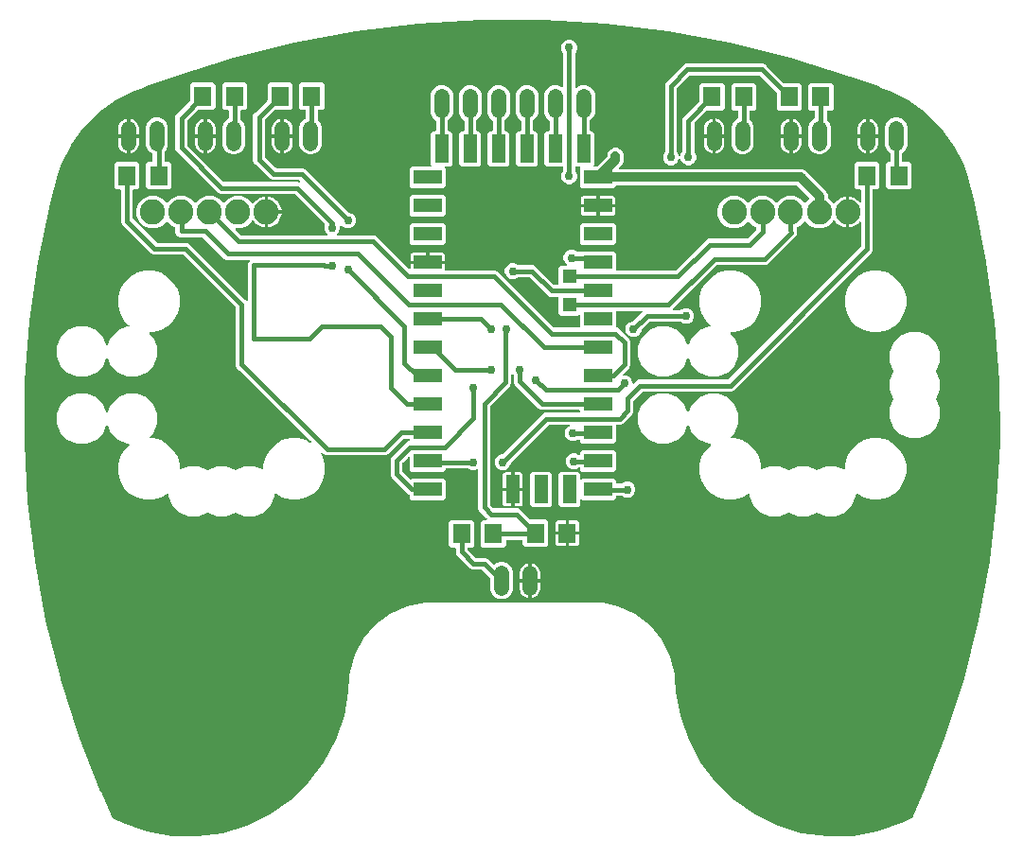
<source format=gtl>
G04 EAGLE Gerber X2 export*
%TF.Part,Single*%
%TF.FileFunction,Copper,L1,Top,Mixed*%
%TF.FilePolarity,Positive*%
%TF.GenerationSoftware,Autodesk,EAGLE,9.0.1*%
%TF.CreationDate,2018-06-02T06:47:05Z*%
G75*
%MOMM*%
%FSLAX34Y34*%
%LPD*%
%AMOC8*
5,1,8,0,0,1.08239X$1,22.5*%
G01*
%ADD10C,1.320800*%
%ADD11C,2.250000*%
%ADD12R,1.270000X2.540000*%
%ADD13R,2.540000X1.270000*%
%ADD14R,1.270000X1.270000*%
%ADD15R,1.600000X1.803000*%
%ADD16C,0.406400*%
%ADD17C,0.756400*%
%ADD18C,0.812800*%

G36*
X804390Y196396D02*
X804390Y196396D01*
X804423Y196402D01*
X804510Y196408D01*
X826734Y200421D01*
X826765Y200432D01*
X826850Y200451D01*
X848171Y207901D01*
X848197Y207915D01*
X848254Y207935D01*
X857231Y212320D01*
X857277Y212352D01*
X857328Y212376D01*
X857377Y212423D01*
X857432Y212462D01*
X857465Y212508D01*
X857506Y212547D01*
X857559Y212636D01*
X857577Y212661D01*
X857581Y212673D01*
X857591Y212691D01*
X868072Y235929D01*
X868076Y235943D01*
X868086Y235963D01*
X887805Y285990D01*
X887809Y286008D01*
X887821Y286036D01*
X904283Y337227D01*
X904286Y337245D01*
X904297Y337274D01*
X917434Y389417D01*
X917435Y389435D01*
X917444Y389464D01*
X927202Y442344D01*
X927203Y442363D01*
X927210Y442393D01*
X933548Y495790D01*
X933548Y495809D01*
X933553Y495839D01*
X936446Y549534D01*
X936444Y549552D01*
X936447Y549583D01*
X935883Y603352D01*
X935880Y603370D01*
X935881Y603401D01*
X931861Y657023D01*
X931857Y657041D01*
X931856Y657072D01*
X924398Y710325D01*
X924392Y710342D01*
X924390Y710373D01*
X913524Y763036D01*
X913519Y763049D01*
X913515Y763072D01*
X906851Y788986D01*
X906840Y789012D01*
X906826Y789065D01*
X903522Y797834D01*
X903507Y797859D01*
X903486Y797914D01*
X894819Y814713D01*
X894800Y814739D01*
X894757Y814813D01*
X883608Y830077D01*
X883585Y830100D01*
X883532Y830166D01*
X870166Y843532D01*
X870139Y843551D01*
X870077Y843608D01*
X854813Y854757D01*
X854783Y854772D01*
X854713Y854819D01*
X837914Y863486D01*
X837886Y863495D01*
X837834Y863522D01*
X830410Y866319D01*
X830370Y866327D01*
X828905Y866883D01*
X828894Y866885D01*
X828876Y866893D01*
X827538Y867339D01*
X827500Y867374D01*
X827451Y867398D01*
X827427Y867415D01*
X827400Y867423D01*
X827350Y867448D01*
X802502Y876446D01*
X802489Y876448D01*
X802470Y876457D01*
X749035Y893110D01*
X749018Y893112D01*
X748991Y893122D01*
X694648Y906519D01*
X694631Y906520D01*
X694603Y906528D01*
X639551Y916619D01*
X639533Y916619D01*
X639505Y916625D01*
X583944Y923373D01*
X583927Y923372D01*
X583898Y923377D01*
X528031Y926757D01*
X528013Y926755D01*
X527985Y926758D01*
X472015Y926758D01*
X471998Y926755D01*
X471969Y926757D01*
X416102Y923377D01*
X416085Y923373D01*
X416056Y923373D01*
X360495Y916625D01*
X360478Y916621D01*
X360449Y916619D01*
X305397Y906528D01*
X305380Y906522D01*
X305352Y906519D01*
X251009Y893122D01*
X250993Y893116D01*
X250965Y893110D01*
X197530Y876457D01*
X197518Y876451D01*
X197498Y876446D01*
X172650Y867448D01*
X172579Y867408D01*
X172504Y867376D01*
X172472Y867348D01*
X172448Y867335D01*
X171124Y866893D01*
X171113Y866888D01*
X171095Y866883D01*
X169648Y866334D01*
X169590Y866319D01*
X162166Y863522D01*
X162141Y863507D01*
X162086Y863486D01*
X145287Y854819D01*
X145261Y854800D01*
X145187Y854757D01*
X129923Y843608D01*
X129906Y843591D01*
X129900Y843588D01*
X129897Y843585D01*
X129881Y843575D01*
X129866Y843558D01*
X129834Y843532D01*
X116468Y830166D01*
X116449Y830139D01*
X116392Y830077D01*
X105243Y814813D01*
X105228Y814783D01*
X105181Y814713D01*
X96514Y797914D01*
X96505Y797886D01*
X96478Y797834D01*
X93174Y789065D01*
X93168Y789037D01*
X93149Y788986D01*
X86490Y763072D01*
X86489Y763058D01*
X86482Y763036D01*
X75625Y710372D01*
X75624Y710354D01*
X75616Y710324D01*
X68165Y657071D01*
X68165Y657053D01*
X68160Y657023D01*
X64145Y603401D01*
X64147Y603383D01*
X64143Y603352D01*
X63582Y549584D01*
X63585Y549566D01*
X63583Y549535D01*
X66477Y495842D01*
X66481Y495823D01*
X66481Y495815D01*
X66481Y495812D01*
X66481Y495810D01*
X66481Y495793D01*
X72819Y442396D01*
X72824Y442378D01*
X72826Y442348D01*
X82581Y389469D01*
X82588Y389451D01*
X82592Y389421D01*
X95724Y337278D01*
X95731Y337261D01*
X95738Y337231D01*
X112193Y286039D01*
X112201Y286023D01*
X112209Y285993D01*
X131919Y235964D01*
X131926Y235952D01*
X131933Y235930D01*
X142409Y212691D01*
X142440Y212644D01*
X142463Y212592D01*
X142508Y212542D01*
X142545Y212486D01*
X142590Y212451D01*
X142627Y212409D01*
X142715Y212354D01*
X142739Y212335D01*
X142752Y212331D01*
X142769Y212320D01*
X151746Y207935D01*
X151775Y207927D01*
X151829Y207901D01*
X173150Y200451D01*
X173182Y200445D01*
X173265Y200421D01*
X195490Y196408D01*
X195523Y196407D01*
X195610Y196396D01*
X218189Y195919D01*
X218222Y195924D01*
X218309Y195926D01*
X240683Y198997D01*
X240715Y199007D01*
X240800Y199023D01*
X262416Y205566D01*
X262446Y205580D01*
X262527Y205609D01*
X282849Y215462D01*
X282876Y215481D01*
X282953Y215523D01*
X301477Y228442D01*
X301501Y228465D01*
X301570Y228518D01*
X317838Y244183D01*
X317858Y244209D01*
X317917Y244272D01*
X331527Y262295D01*
X331543Y262325D01*
X331592Y262396D01*
X342205Y282331D01*
X342216Y282362D01*
X342253Y282441D01*
X349609Y303794D01*
X349611Y303806D01*
X349613Y303811D01*
X349615Y303830D01*
X349639Y303910D01*
X353553Y326153D01*
X353553Y326183D01*
X353563Y326242D01*
X354197Y337525D01*
X354195Y337537D01*
X354198Y337555D01*
X354221Y338923D01*
X354273Y338973D01*
X354315Y339031D01*
X354365Y339081D01*
X354388Y339128D01*
X354420Y339171D01*
X354442Y339238D01*
X354473Y339302D01*
X354486Y339374D01*
X354496Y339405D01*
X354496Y339428D01*
X354503Y339467D01*
X354778Y343384D01*
X359369Y359072D01*
X367195Y373423D01*
X377897Y385778D01*
X390984Y395571D01*
X405856Y402353D01*
X421831Y405813D01*
X430003Y405803D01*
X430004Y405803D01*
X570018Y405803D01*
X570019Y405803D01*
X578353Y405805D01*
X580707Y405281D01*
X584124Y404520D01*
X584125Y404520D01*
X587542Y403759D01*
X590959Y402997D01*
X590960Y402997D01*
X594377Y402236D01*
X594662Y402173D01*
X609789Y395076D01*
X623008Y384857D01*
X633685Y372004D01*
X641308Y357136D01*
X645510Y340964D01*
X645564Y339428D01*
X645580Y339346D01*
X645588Y339261D01*
X645604Y339226D01*
X645612Y339187D01*
X645654Y339114D01*
X645688Y339037D01*
X645721Y338998D01*
X645734Y338974D01*
X645757Y338954D01*
X645779Y338927D01*
X645802Y337555D01*
X645804Y337544D01*
X645803Y337525D01*
X646437Y326242D01*
X646443Y326213D01*
X646447Y326153D01*
X650361Y303910D01*
X650372Y303879D01*
X650391Y303794D01*
X657747Y282441D01*
X657752Y282431D01*
X657754Y282422D01*
X657767Y282400D01*
X657795Y282331D01*
X668408Y262396D01*
X668428Y262370D01*
X668473Y262295D01*
X682083Y244272D01*
X682106Y244250D01*
X682162Y244183D01*
X698430Y228518D01*
X698458Y228499D01*
X698523Y228442D01*
X717047Y215523D01*
X717077Y215509D01*
X717151Y215462D01*
X737473Y205609D01*
X737504Y205600D01*
X737584Y205566D01*
X759200Y199023D01*
X759233Y199018D01*
X759317Y198997D01*
X781691Y195926D01*
X781724Y195927D01*
X781811Y195919D01*
X804390Y196396D01*
G37*
%LPC*%
G36*
X473852Y454682D02*
X473852Y454682D01*
X471917Y456617D01*
X471917Y477383D01*
X473852Y479318D01*
X476800Y479318D01*
X476871Y479329D01*
X476942Y479331D01*
X476991Y479349D01*
X477043Y479357D01*
X477106Y479391D01*
X477173Y479416D01*
X477214Y479448D01*
X477260Y479473D01*
X477309Y479525D01*
X477365Y479569D01*
X477394Y479613D01*
X477430Y479651D01*
X477460Y479716D01*
X477498Y479776D01*
X477511Y479827D01*
X477533Y479874D01*
X477541Y479945D01*
X477559Y480015D01*
X477554Y480067D01*
X477560Y480118D01*
X477545Y480189D01*
X477539Y480260D01*
X477519Y480308D01*
X477508Y480359D01*
X477471Y480420D01*
X477443Y480486D01*
X477398Y480542D01*
X477382Y480570D01*
X477364Y480585D01*
X477338Y480617D01*
X472085Y485870D01*
X470477Y487478D01*
X469665Y489439D01*
X469665Y523918D01*
X469658Y523963D01*
X469660Y524009D01*
X469638Y524084D01*
X469626Y524160D01*
X469604Y524201D01*
X469591Y524245D01*
X469547Y524309D01*
X469510Y524378D01*
X469477Y524409D01*
X469451Y524447D01*
X469389Y524493D01*
X469332Y524547D01*
X469290Y524566D01*
X469254Y524594D01*
X469180Y524618D01*
X469109Y524651D01*
X469063Y524656D01*
X469020Y524670D01*
X468942Y524669D01*
X468865Y524678D01*
X468820Y524668D01*
X468774Y524668D01*
X468642Y524630D01*
X468624Y524626D01*
X468620Y524623D01*
X468613Y524621D01*
X466909Y523915D01*
X464091Y523915D01*
X461487Y524994D01*
X461038Y525442D01*
X460964Y525495D01*
X460895Y525555D01*
X460865Y525567D01*
X460839Y525586D01*
X460752Y525613D01*
X460667Y525647D01*
X460626Y525651D01*
X460604Y525658D01*
X460571Y525657D01*
X460500Y525665D01*
X440964Y525665D01*
X440944Y525662D01*
X440925Y525664D01*
X440823Y525642D01*
X440721Y525626D01*
X440704Y525616D01*
X440684Y525612D01*
X440595Y525559D01*
X440504Y525510D01*
X440490Y525496D01*
X440473Y525486D01*
X440406Y525407D01*
X440334Y525332D01*
X440326Y525314D01*
X440313Y525299D01*
X440274Y525203D01*
X440231Y525109D01*
X440229Y525089D01*
X440221Y525071D01*
X440203Y524904D01*
X440203Y524282D01*
X438268Y522347D01*
X410132Y522347D01*
X408197Y524282D01*
X408197Y534815D01*
X408186Y534886D01*
X408184Y534957D01*
X408166Y535006D01*
X408158Y535058D01*
X408124Y535121D01*
X408099Y535188D01*
X408067Y535229D01*
X408042Y535275D01*
X407990Y535324D01*
X407946Y535380D01*
X407902Y535409D01*
X407864Y535445D01*
X407799Y535475D01*
X407739Y535513D01*
X407688Y535526D01*
X407641Y535548D01*
X407570Y535556D01*
X407500Y535574D01*
X407448Y535569D01*
X407397Y535575D01*
X407326Y535560D01*
X407255Y535554D01*
X407207Y535534D01*
X407156Y535523D01*
X407095Y535486D01*
X407029Y535458D01*
X406973Y535413D01*
X406945Y535397D01*
X406930Y535379D01*
X406898Y535353D01*
X402058Y530513D01*
X402005Y530439D01*
X401945Y530370D01*
X401933Y530340D01*
X401914Y530313D01*
X401887Y530226D01*
X401853Y530142D01*
X401849Y530101D01*
X401842Y530078D01*
X401843Y530046D01*
X401835Y529975D01*
X401835Y523025D01*
X401849Y522935D01*
X401857Y522844D01*
X401869Y522814D01*
X401874Y522782D01*
X401917Y522702D01*
X401953Y522618D01*
X401979Y522586D01*
X401990Y522565D01*
X402013Y522543D01*
X402058Y522487D01*
X408674Y515871D01*
X408690Y515859D01*
X408702Y515844D01*
X408790Y515788D01*
X408873Y515727D01*
X408892Y515722D01*
X408909Y515711D01*
X409010Y515685D01*
X409108Y515655D01*
X409128Y515656D01*
X409148Y515651D01*
X409251Y515659D01*
X409354Y515661D01*
X409373Y515668D01*
X409393Y515670D01*
X409488Y515710D01*
X409585Y515746D01*
X409601Y515758D01*
X409619Y515766D01*
X409750Y515871D01*
X410132Y516253D01*
X438268Y516253D01*
X440203Y514318D01*
X440203Y498882D01*
X438268Y496947D01*
X410132Y496947D01*
X408197Y498882D01*
X408197Y501229D01*
X408178Y501344D01*
X408161Y501460D01*
X408159Y501466D01*
X408158Y501472D01*
X408103Y501575D01*
X408050Y501680D01*
X408045Y501684D01*
X408042Y501690D01*
X407958Y501769D01*
X407874Y501852D01*
X407868Y501856D01*
X407864Y501859D01*
X407847Y501867D01*
X407727Y501933D01*
X407378Y502077D01*
X405770Y503685D01*
X393585Y515870D01*
X391977Y517478D01*
X391165Y519439D01*
X391165Y533561D01*
X391977Y535522D01*
X405478Y549023D01*
X407441Y549836D01*
X407456Y549838D01*
X407475Y549836D01*
X407577Y549858D01*
X407679Y549874D01*
X407696Y549884D01*
X407716Y549888D01*
X407805Y549941D01*
X407896Y549990D01*
X407910Y550004D01*
X407927Y550014D01*
X407994Y550093D01*
X408066Y550168D01*
X408074Y550186D01*
X408087Y550201D01*
X408126Y550297D01*
X408169Y550391D01*
X408171Y550411D01*
X408179Y550429D01*
X408197Y550596D01*
X408197Y551304D01*
X408194Y551324D01*
X408196Y551343D01*
X408174Y551445D01*
X408158Y551547D01*
X408148Y551564D01*
X408144Y551584D01*
X408091Y551673D01*
X408042Y551764D01*
X408028Y551778D01*
X408018Y551795D01*
X407939Y551862D01*
X407864Y551934D01*
X407846Y551942D01*
X407831Y551955D01*
X407735Y551994D01*
X407641Y552037D01*
X407621Y552039D01*
X407603Y552047D01*
X407436Y552065D01*
X402925Y552065D01*
X402835Y552051D01*
X402744Y552043D01*
X402714Y552031D01*
X402682Y552026D01*
X402602Y551983D01*
X402518Y551947D01*
X402486Y551921D01*
X402465Y551910D01*
X402443Y551887D01*
X402387Y551842D01*
X388522Y537977D01*
X386561Y537165D01*
X335018Y537165D01*
X335016Y537165D01*
X335014Y537165D01*
X333956Y537158D01*
X332977Y537564D01*
X332975Y537564D01*
X332972Y537566D01*
X331991Y537965D01*
X331243Y538712D01*
X331242Y538714D01*
X331240Y538716D01*
X329774Y540163D01*
X329756Y540175D01*
X329742Y540192D01*
X329656Y540246D01*
X329573Y540305D01*
X329552Y540311D01*
X329534Y540323D01*
X329435Y540347D01*
X329337Y540376D01*
X329316Y540375D01*
X329295Y540380D01*
X329193Y540371D01*
X329091Y540368D01*
X329071Y540360D01*
X329050Y540359D01*
X328957Y540318D01*
X328861Y540282D01*
X328844Y540268D01*
X328824Y540260D01*
X328749Y540191D01*
X328670Y540127D01*
X328658Y540109D01*
X328642Y540094D01*
X328593Y540005D01*
X328538Y539919D01*
X328533Y539898D01*
X328523Y539880D01*
X328504Y539780D01*
X328480Y539680D01*
X328482Y539659D01*
X328478Y539638D01*
X328492Y539537D01*
X328501Y539435D01*
X328509Y539416D01*
X328512Y539394D01*
X328580Y539241D01*
X330664Y535630D01*
X332541Y528626D01*
X332541Y521374D01*
X330664Y514370D01*
X327038Y508090D01*
X321910Y502962D01*
X315630Y499336D01*
X308626Y497459D01*
X301374Y497459D01*
X294370Y499336D01*
X288683Y502620D01*
X288594Y502653D01*
X288507Y502693D01*
X288479Y502697D01*
X288453Y502707D01*
X288357Y502710D01*
X288263Y502721D01*
X288235Y502715D01*
X288207Y502716D01*
X288115Y502688D01*
X288022Y502668D01*
X287998Y502654D01*
X287971Y502646D01*
X287893Y502591D01*
X287811Y502542D01*
X287793Y502521D01*
X287770Y502504D01*
X287713Y502428D01*
X287651Y502355D01*
X287641Y502329D01*
X287624Y502306D01*
X287595Y502216D01*
X287559Y502127D01*
X287555Y502092D01*
X287549Y502072D01*
X287549Y502039D01*
X287541Y501960D01*
X287541Y500516D01*
X284109Y492232D01*
X277768Y485891D01*
X269484Y482459D01*
X260516Y482459D01*
X252791Y485659D01*
X252703Y485680D01*
X252616Y485708D01*
X252583Y485708D01*
X252552Y485715D01*
X252461Y485707D01*
X252370Y485706D01*
X252330Y485694D01*
X252307Y485692D01*
X252278Y485679D01*
X252209Y485659D01*
X244484Y482459D01*
X235516Y482459D01*
X227791Y485659D01*
X227703Y485680D01*
X227616Y485708D01*
X227583Y485708D01*
X227552Y485715D01*
X227461Y485707D01*
X227370Y485706D01*
X227330Y485694D01*
X227307Y485692D01*
X227278Y485679D01*
X227209Y485659D01*
X219484Y482459D01*
X210516Y482459D01*
X202232Y485891D01*
X195891Y492232D01*
X192459Y500516D01*
X192459Y501960D01*
X192457Y501972D01*
X192458Y501981D01*
X192449Y502024D01*
X192444Y502054D01*
X192435Y502149D01*
X192424Y502175D01*
X192420Y502203D01*
X192375Y502287D01*
X192337Y502375D01*
X192318Y502396D01*
X192304Y502420D01*
X192235Y502486D01*
X192171Y502557D01*
X192147Y502570D01*
X192126Y502590D01*
X192040Y502630D01*
X191956Y502676D01*
X191929Y502682D01*
X191903Y502693D01*
X191808Y502704D01*
X191715Y502721D01*
X191687Y502717D01*
X191659Y502721D01*
X191565Y502700D01*
X191471Y502687D01*
X191439Y502673D01*
X191418Y502668D01*
X191390Y502651D01*
X191317Y502620D01*
X185630Y499336D01*
X178626Y497459D01*
X171374Y497459D01*
X164370Y499336D01*
X158090Y502962D01*
X152962Y508090D01*
X149336Y514370D01*
X147459Y521374D01*
X147459Y528626D01*
X149336Y535630D01*
X152962Y541910D01*
X157211Y546160D01*
X157253Y546218D01*
X157302Y546270D01*
X157324Y546317D01*
X157355Y546359D01*
X157376Y546428D01*
X157406Y546493D01*
X157412Y546545D01*
X157427Y546595D01*
X157425Y546666D01*
X157433Y546737D01*
X157422Y546788D01*
X157421Y546840D01*
X157396Y546908D01*
X157381Y546978D01*
X157354Y547023D01*
X157336Y547071D01*
X157291Y547127D01*
X157255Y547189D01*
X157215Y547223D01*
X157183Y547263D01*
X157122Y547302D01*
X157068Y547349D01*
X157020Y547368D01*
X156976Y547396D01*
X156906Y547414D01*
X156840Y547441D01*
X156768Y547449D01*
X156737Y547457D01*
X156714Y547455D01*
X156673Y547459D01*
X155516Y547459D01*
X147232Y550891D01*
X140891Y557232D01*
X138203Y563720D01*
X138165Y563781D01*
X138136Y563847D01*
X138101Y563885D01*
X138074Y563929D01*
X138018Y563975D01*
X137970Y564028D01*
X137924Y564053D01*
X137884Y564086D01*
X137817Y564112D01*
X137754Y564146D01*
X137703Y564156D01*
X137655Y564174D01*
X137583Y564177D01*
X137512Y564190D01*
X137461Y564182D01*
X137409Y564185D01*
X137340Y564165D01*
X137269Y564154D01*
X137223Y564131D01*
X137173Y564116D01*
X137114Y564075D01*
X137050Y564043D01*
X137013Y564005D01*
X136971Y563976D01*
X136928Y563918D01*
X136878Y563867D01*
X136843Y563804D01*
X136824Y563778D01*
X136817Y563756D01*
X136797Y563720D01*
X134109Y557232D01*
X127768Y550891D01*
X119484Y547459D01*
X110516Y547459D01*
X102232Y550891D01*
X95891Y557232D01*
X92459Y565516D01*
X92459Y574484D01*
X95891Y582768D01*
X102232Y589109D01*
X110516Y592541D01*
X119484Y592541D01*
X127768Y589109D01*
X134109Y582768D01*
X136797Y576280D01*
X136834Y576219D01*
X136864Y576153D01*
X136899Y576115D01*
X136926Y576071D01*
X136981Y576025D01*
X137030Y575972D01*
X137076Y575947D01*
X137116Y575914D01*
X137183Y575888D01*
X137246Y575854D01*
X137297Y575844D01*
X137345Y575826D01*
X137417Y575823D01*
X137488Y575810D01*
X137539Y575818D01*
X137591Y575815D01*
X137660Y575835D01*
X137731Y575846D01*
X137777Y575869D01*
X137827Y575884D01*
X137886Y575925D01*
X137950Y575957D01*
X137987Y575995D01*
X138029Y576024D01*
X138072Y576082D01*
X138122Y576133D01*
X138157Y576196D01*
X138176Y576222D01*
X138183Y576244D01*
X138203Y576280D01*
X140891Y582768D01*
X147232Y589109D01*
X155516Y592541D01*
X164484Y592541D01*
X172768Y589109D01*
X179109Y582768D01*
X182541Y574484D01*
X182541Y565516D01*
X179109Y557232D01*
X175718Y553840D01*
X175676Y553782D01*
X175626Y553730D01*
X175605Y553683D01*
X175574Y553641D01*
X175553Y553572D01*
X175523Y553507D01*
X175517Y553455D01*
X175502Y553405D01*
X175504Y553334D01*
X175496Y553263D01*
X175507Y553212D01*
X175508Y553160D01*
X175533Y553092D01*
X175548Y553022D01*
X175575Y552977D01*
X175593Y552929D01*
X175637Y552873D01*
X175674Y552811D01*
X175714Y552777D01*
X175746Y552737D01*
X175807Y552698D01*
X175861Y552651D01*
X175909Y552632D01*
X175953Y552604D01*
X176023Y552586D01*
X176089Y552559D01*
X176161Y552551D01*
X176192Y552543D01*
X176215Y552545D01*
X176256Y552541D01*
X178626Y552541D01*
X185630Y550664D01*
X191910Y547038D01*
X197038Y541910D01*
X200664Y535630D01*
X202541Y528626D01*
X202541Y525376D01*
X202548Y525331D01*
X202546Y525285D01*
X202568Y525210D01*
X202580Y525134D01*
X202602Y525093D01*
X202615Y525049D01*
X202659Y524985D01*
X202696Y524916D01*
X202729Y524885D01*
X202755Y524847D01*
X202818Y524800D01*
X202874Y524747D01*
X202916Y524728D01*
X202952Y524700D01*
X203026Y524676D01*
X203097Y524643D01*
X203143Y524638D01*
X203186Y524624D01*
X203264Y524625D01*
X203341Y524616D01*
X203386Y524626D01*
X203432Y524626D01*
X203564Y524664D01*
X203582Y524668D01*
X203586Y524671D01*
X203593Y524673D01*
X210516Y527541D01*
X219484Y527541D01*
X227209Y524341D01*
X227297Y524320D01*
X227384Y524292D01*
X227417Y524292D01*
X227448Y524285D01*
X227539Y524293D01*
X227630Y524294D01*
X227670Y524306D01*
X227693Y524308D01*
X227722Y524321D01*
X227791Y524341D01*
X235516Y527541D01*
X244484Y527541D01*
X252209Y524341D01*
X252297Y524320D01*
X252384Y524292D01*
X252417Y524292D01*
X252448Y524285D01*
X252539Y524293D01*
X252630Y524294D01*
X252670Y524306D01*
X252693Y524308D01*
X252722Y524321D01*
X252791Y524341D01*
X260516Y527541D01*
X269484Y527541D01*
X276407Y524673D01*
X276451Y524663D01*
X276493Y524643D01*
X276570Y524635D01*
X276646Y524617D01*
X276692Y524621D01*
X276737Y524616D01*
X276814Y524633D01*
X276891Y524640D01*
X276933Y524659D01*
X276978Y524668D01*
X277045Y524708D01*
X277116Y524740D01*
X277150Y524771D01*
X277189Y524795D01*
X277240Y524854D01*
X277297Y524906D01*
X277319Y524947D01*
X277349Y524982D01*
X277378Y525054D01*
X277415Y525122D01*
X277424Y525167D01*
X277441Y525210D01*
X277456Y525346D01*
X277459Y525364D01*
X277458Y525369D01*
X277459Y525376D01*
X277459Y528626D01*
X279336Y535630D01*
X282962Y541910D01*
X288090Y547038D01*
X294370Y550664D01*
X301374Y552541D01*
X308626Y552541D01*
X315630Y550664D01*
X318936Y548756D01*
X318960Y548746D01*
X318982Y548731D01*
X319075Y548703D01*
X319166Y548669D01*
X319192Y548668D01*
X319218Y548660D01*
X319315Y548663D01*
X319412Y548660D01*
X319437Y548667D01*
X319464Y548668D01*
X319554Y548702D01*
X319647Y548729D01*
X319669Y548745D01*
X319694Y548754D01*
X319769Y548815D01*
X319849Y548871D01*
X319864Y548892D01*
X319885Y548909D01*
X319937Y548991D01*
X319994Y549069D01*
X320002Y549094D01*
X320017Y549117D01*
X320040Y549211D01*
X320069Y549303D01*
X320069Y549330D01*
X320075Y549356D01*
X320067Y549452D01*
X320066Y549549D01*
X320057Y549574D01*
X320055Y549601D01*
X320016Y549690D01*
X319984Y549781D01*
X319967Y549802D01*
X319957Y549826D01*
X319851Y549957D01*
X255101Y613866D01*
X255062Y613893D01*
X254240Y614715D01*
X254239Y614716D01*
X254237Y614719D01*
X253484Y615461D01*
X253078Y616441D01*
X253077Y616443D01*
X253077Y616446D01*
X252665Y617421D01*
X252665Y618481D01*
X252665Y618484D01*
X252665Y618486D01*
X252658Y619619D01*
X252664Y619645D01*
X252662Y619662D01*
X252665Y619692D01*
X252665Y669475D01*
X252651Y669565D01*
X252643Y669656D01*
X252631Y669686D01*
X252626Y669718D01*
X252583Y669798D01*
X252547Y669882D01*
X252521Y669914D01*
X252510Y669935D01*
X252487Y669957D01*
X252442Y670013D01*
X206013Y716442D01*
X205939Y716495D01*
X205870Y716555D01*
X205840Y716567D01*
X205813Y716586D01*
X205727Y716613D01*
X205642Y716647D01*
X205601Y716651D01*
X205578Y716658D01*
X205546Y716657D01*
X205475Y716665D01*
X178939Y716665D01*
X176978Y717477D01*
X150757Y743698D01*
X149945Y745659D01*
X149945Y774421D01*
X149942Y774441D01*
X149944Y774460D01*
X149922Y774562D01*
X149906Y774664D01*
X149896Y774681D01*
X149892Y774701D01*
X149839Y774790D01*
X149790Y774881D01*
X149776Y774895D01*
X149766Y774912D01*
X149687Y774979D01*
X149612Y775051D01*
X149594Y775059D01*
X149579Y775072D01*
X149483Y775111D01*
X149389Y775154D01*
X149369Y775156D01*
X149351Y775164D01*
X149184Y775182D01*
X145912Y775182D01*
X143977Y777117D01*
X143977Y797883D01*
X145912Y799818D01*
X164648Y799818D01*
X166583Y797883D01*
X166583Y777117D01*
X164648Y775182D01*
X161376Y775182D01*
X161356Y775179D01*
X161337Y775181D01*
X161235Y775159D01*
X161133Y775143D01*
X161116Y775133D01*
X161096Y775129D01*
X161007Y775076D01*
X160916Y775027D01*
X160902Y775013D01*
X160885Y775003D01*
X160818Y774924D01*
X160746Y774849D01*
X160738Y774831D01*
X160725Y774816D01*
X160686Y774720D01*
X160643Y774626D01*
X160641Y774606D01*
X160633Y774588D01*
X160615Y774421D01*
X160615Y749245D01*
X160629Y749155D01*
X160637Y749064D01*
X160649Y749034D01*
X160654Y749002D01*
X160697Y748922D01*
X160733Y748838D01*
X160759Y748806D01*
X160770Y748785D01*
X160793Y748763D01*
X160838Y748707D01*
X181987Y727558D01*
X182061Y727505D01*
X182130Y727445D01*
X182160Y727433D01*
X182187Y727414D01*
X182273Y727387D01*
X182358Y727353D01*
X182399Y727349D01*
X182422Y727342D01*
X182454Y727343D01*
X182525Y727335D01*
X209061Y727335D01*
X211022Y726523D01*
X260915Y676630D01*
X262366Y675179D01*
X262424Y675137D01*
X262476Y675087D01*
X262523Y675066D01*
X262565Y675035D01*
X262634Y675014D01*
X262699Y674984D01*
X262751Y674978D01*
X262801Y674963D01*
X262872Y674965D01*
X262943Y674957D01*
X262994Y674968D01*
X263046Y674969D01*
X263114Y674994D01*
X263184Y675009D01*
X263229Y675036D01*
X263277Y675054D01*
X263333Y675098D01*
X263395Y675135D01*
X263429Y675175D01*
X263469Y675207D01*
X263508Y675268D01*
X263555Y675322D01*
X263574Y675370D01*
X263602Y675414D01*
X263620Y675484D01*
X263647Y675550D01*
X263655Y675622D01*
X263663Y675653D01*
X263661Y675676D01*
X263665Y675717D01*
X263665Y708561D01*
X264477Y710522D01*
X264946Y710991D01*
X264988Y711049D01*
X265038Y711101D01*
X265059Y711148D01*
X265090Y711190D01*
X265111Y711259D01*
X265141Y711324D01*
X265147Y711376D01*
X265162Y711426D01*
X265160Y711497D01*
X265168Y711568D01*
X265157Y711619D01*
X265156Y711671D01*
X265131Y711739D01*
X265116Y711809D01*
X265089Y711854D01*
X265071Y711902D01*
X265027Y711958D01*
X264990Y712020D01*
X264950Y712054D01*
X264918Y712094D01*
X264858Y712133D01*
X264803Y712180D01*
X264754Y712199D01*
X264711Y712227D01*
X264641Y712245D01*
X264575Y712272D01*
X264503Y712280D01*
X264472Y712288D01*
X264449Y712286D01*
X264408Y712290D01*
X244439Y712290D01*
X242478Y713102D01*
X223338Y732242D01*
X223264Y732295D01*
X223195Y732355D01*
X223165Y732367D01*
X223138Y732386D01*
X223052Y732413D01*
X222967Y732447D01*
X222926Y732451D01*
X222903Y732458D01*
X222871Y732457D01*
X222800Y732465D01*
X204037Y732465D01*
X204033Y732465D01*
X204028Y732465D01*
X202969Y732453D01*
X201993Y732857D01*
X201989Y732858D01*
X201984Y732861D01*
X201001Y733255D01*
X200254Y734002D01*
X200251Y734004D01*
X200247Y734008D01*
X199490Y734748D01*
X199085Y735724D01*
X199084Y735728D01*
X199082Y735733D01*
X198665Y736707D01*
X198665Y737763D01*
X198665Y737766D01*
X198665Y737772D01*
X198629Y740890D01*
X198610Y741001D01*
X198593Y741112D01*
X198588Y741122D01*
X198586Y741133D01*
X198533Y741231D01*
X198482Y741332D01*
X198474Y741339D01*
X198469Y741349D01*
X198387Y741425D01*
X198306Y741504D01*
X198295Y741510D01*
X198288Y741516D01*
X198265Y741526D01*
X198159Y741585D01*
X195557Y742663D01*
X191638Y746581D01*
X191622Y746593D01*
X191610Y746608D01*
X191522Y746664D01*
X191439Y746725D01*
X191420Y746730D01*
X191403Y746741D01*
X191302Y746767D01*
X191203Y746797D01*
X191184Y746796D01*
X191164Y746801D01*
X191061Y746793D01*
X190958Y746791D01*
X190939Y746784D01*
X190919Y746782D01*
X190824Y746742D01*
X190727Y746706D01*
X190711Y746694D01*
X190693Y746686D01*
X190562Y746581D01*
X186643Y742663D01*
X181295Y740447D01*
X175505Y740447D01*
X170157Y742663D01*
X166063Y746757D01*
X163847Y752105D01*
X163847Y757895D01*
X166063Y763243D01*
X170157Y767337D01*
X175505Y769553D01*
X181295Y769553D01*
X186643Y767337D01*
X190562Y763419D01*
X190578Y763407D01*
X190590Y763392D01*
X190678Y763336D01*
X190761Y763275D01*
X190780Y763270D01*
X190797Y763259D01*
X190898Y763233D01*
X190997Y763203D01*
X191016Y763204D01*
X191036Y763199D01*
X191139Y763207D01*
X191242Y763209D01*
X191261Y763216D01*
X191281Y763218D01*
X191376Y763258D01*
X191473Y763294D01*
X191489Y763306D01*
X191507Y763314D01*
X191638Y763419D01*
X195557Y767337D01*
X200905Y769553D01*
X206695Y769553D01*
X212043Y767337D01*
X215912Y763469D01*
X215928Y763457D01*
X215940Y763442D01*
X216028Y763386D01*
X216111Y763325D01*
X216130Y763320D01*
X216147Y763309D01*
X216248Y763283D01*
X216347Y763253D01*
X216366Y763254D01*
X216386Y763249D01*
X216489Y763257D01*
X216592Y763259D01*
X216611Y763266D01*
X216631Y763268D01*
X216726Y763308D01*
X216823Y763344D01*
X216839Y763356D01*
X216857Y763364D01*
X216988Y763469D01*
X220857Y767337D01*
X226205Y769553D01*
X231995Y769553D01*
X237343Y767337D01*
X241312Y763369D01*
X241328Y763357D01*
X241340Y763342D01*
X241428Y763286D01*
X241511Y763225D01*
X241530Y763220D01*
X241547Y763209D01*
X241648Y763183D01*
X241747Y763153D01*
X241766Y763154D01*
X241786Y763149D01*
X241889Y763157D01*
X241992Y763159D01*
X242011Y763166D01*
X242031Y763168D01*
X242126Y763208D01*
X242223Y763244D01*
X242239Y763256D01*
X242257Y763264D01*
X242388Y763369D01*
X246357Y767337D01*
X251705Y769553D01*
X257495Y769553D01*
X262843Y767337D01*
X266937Y763243D01*
X267145Y762741D01*
X267201Y762652D01*
X267252Y762560D01*
X267265Y762547D01*
X267275Y762532D01*
X267356Y762465D01*
X267434Y762394D01*
X267450Y762387D01*
X267464Y762375D01*
X267563Y762337D01*
X267659Y762295D01*
X267677Y762294D01*
X267694Y762287D01*
X267799Y762283D01*
X267904Y762273D01*
X267922Y762277D01*
X267940Y762277D01*
X268041Y762306D01*
X268143Y762330D01*
X268159Y762340D01*
X268176Y762345D01*
X268262Y762405D01*
X268352Y762461D01*
X268367Y762477D01*
X268378Y762485D01*
X268397Y762511D01*
X268464Y762585D01*
X269481Y763984D01*
X271016Y765519D01*
X272772Y766795D01*
X274706Y767780D01*
X276771Y768451D01*
X278477Y768721D01*
X278477Y755762D01*
X278480Y755742D01*
X278478Y755723D01*
X278500Y755621D01*
X278517Y755519D01*
X278526Y755502D01*
X278530Y755482D01*
X278583Y755393D01*
X278632Y755302D01*
X278646Y755288D01*
X278656Y755271D01*
X278735Y755204D01*
X278810Y755133D01*
X278828Y755124D01*
X278843Y755111D01*
X278939Y755073D01*
X279033Y755029D01*
X279053Y755027D01*
X279071Y755019D01*
X279238Y755001D01*
X280001Y755001D01*
X280001Y754999D01*
X279238Y754999D01*
X279218Y754996D01*
X279199Y754998D01*
X279097Y754976D01*
X278995Y754959D01*
X278978Y754950D01*
X278958Y754946D01*
X278869Y754893D01*
X278778Y754844D01*
X278764Y754830D01*
X278747Y754820D01*
X278680Y754741D01*
X278609Y754666D01*
X278600Y754648D01*
X278587Y754633D01*
X278548Y754537D01*
X278505Y754443D01*
X278503Y754423D01*
X278495Y754405D01*
X278477Y754238D01*
X278477Y741279D01*
X276771Y741549D01*
X274706Y742220D01*
X272772Y743205D01*
X271016Y744481D01*
X269481Y746016D01*
X268464Y747415D01*
X268390Y747489D01*
X268319Y747567D01*
X268303Y747575D01*
X268290Y747588D01*
X268195Y747634D01*
X268103Y747685D01*
X268085Y747688D01*
X268069Y747696D01*
X267965Y747710D01*
X267861Y747729D01*
X267843Y747726D01*
X267825Y747729D01*
X267722Y747708D01*
X267618Y747693D01*
X267601Y747685D01*
X267584Y747681D01*
X267492Y747629D01*
X267398Y747581D01*
X267386Y747569D01*
X267370Y747559D01*
X267300Y747481D01*
X267226Y747406D01*
X267215Y747386D01*
X267206Y747376D01*
X267194Y747347D01*
X267145Y747259D01*
X266937Y746757D01*
X262843Y742663D01*
X257495Y740447D01*
X253035Y740447D01*
X252964Y740436D01*
X252893Y740434D01*
X252844Y740416D01*
X252792Y740408D01*
X252729Y740374D01*
X252662Y740349D01*
X252621Y740317D01*
X252575Y740292D01*
X252526Y740240D01*
X252470Y740196D01*
X252441Y740152D01*
X252405Y740114D01*
X252375Y740049D01*
X252337Y739989D01*
X252324Y739938D01*
X252302Y739891D01*
X252294Y739820D01*
X252276Y739750D01*
X252281Y739698D01*
X252275Y739647D01*
X252290Y739576D01*
X252296Y739505D01*
X252316Y739457D01*
X252327Y739406D01*
X252364Y739345D01*
X252392Y739279D01*
X252437Y739223D01*
X252453Y739195D01*
X252471Y739180D01*
X252497Y739148D01*
X257337Y734308D01*
X257411Y734255D01*
X257480Y734195D01*
X257510Y734183D01*
X257537Y734164D01*
X257624Y734137D01*
X257708Y734103D01*
X257749Y734099D01*
X257772Y734092D01*
X257804Y734093D01*
X257875Y734085D01*
X334058Y734085D01*
X334129Y734096D01*
X334201Y734098D01*
X334250Y734116D01*
X334301Y734124D01*
X334364Y734158D01*
X334432Y734183D01*
X334472Y734215D01*
X334518Y734240D01*
X334568Y734292D01*
X334624Y734336D01*
X334652Y734380D01*
X334688Y734418D01*
X334718Y734483D01*
X334757Y734543D01*
X334769Y734594D01*
X334791Y734641D01*
X334799Y734712D01*
X334817Y734782D01*
X334813Y734834D01*
X334818Y734885D01*
X334803Y734956D01*
X334798Y735027D01*
X334777Y735075D01*
X334766Y735126D01*
X334729Y735187D01*
X334701Y735253D01*
X334656Y735309D01*
X334640Y735337D01*
X334622Y735352D01*
X334596Y735384D01*
X332994Y736987D01*
X331915Y739591D01*
X331915Y742409D01*
X332345Y743446D01*
X332371Y743558D01*
X332400Y743673D01*
X332400Y743680D01*
X332401Y743686D01*
X332390Y743802D01*
X332381Y743919D01*
X332378Y743924D01*
X332378Y743931D01*
X332330Y744037D01*
X332285Y744145D01*
X332280Y744151D01*
X332278Y744155D01*
X332265Y744169D01*
X332180Y744276D01*
X305513Y770942D01*
X305439Y770995D01*
X305370Y771055D01*
X305340Y771067D01*
X305313Y771086D01*
X305227Y771113D01*
X305142Y771147D01*
X305101Y771151D01*
X305078Y771158D01*
X305046Y771157D01*
X304975Y771165D01*
X238939Y771165D01*
X236978Y771977D01*
X199477Y809478D01*
X198665Y811439D01*
X198665Y840281D01*
X199477Y842242D01*
X211754Y854519D01*
X211807Y854593D01*
X211867Y854662D01*
X211879Y854692D01*
X211898Y854719D01*
X211925Y854805D01*
X211959Y854890D01*
X211963Y854931D01*
X211970Y854954D01*
X211969Y854986D01*
X211977Y855057D01*
X211977Y868883D01*
X213912Y870818D01*
X232648Y870818D01*
X234583Y868883D01*
X234583Y848117D01*
X232648Y846182D01*
X218822Y846182D01*
X218732Y846168D01*
X218641Y846160D01*
X218611Y846148D01*
X218579Y846143D01*
X218499Y846100D01*
X218415Y846064D01*
X218383Y846038D01*
X218362Y846027D01*
X218340Y846004D01*
X218284Y845959D01*
X209558Y837233D01*
X209505Y837159D01*
X209445Y837090D01*
X209433Y837060D01*
X209414Y837033D01*
X209387Y836947D01*
X209353Y836862D01*
X209349Y836821D01*
X209342Y836798D01*
X209343Y836766D01*
X209335Y836695D01*
X209335Y815025D01*
X209349Y814935D01*
X209357Y814844D01*
X209369Y814814D01*
X209374Y814782D01*
X209417Y814702D01*
X209453Y814618D01*
X209479Y814586D01*
X209490Y814565D01*
X209513Y814543D01*
X209558Y814487D01*
X241987Y782058D01*
X242061Y782005D01*
X242130Y781945D01*
X242160Y781933D01*
X242187Y781914D01*
X242273Y781887D01*
X242358Y781853D01*
X242399Y781849D01*
X242422Y781842D01*
X242454Y781843D01*
X242525Y781835D01*
X308561Y781835D01*
X309395Y781489D01*
X309490Y781467D01*
X309583Y781438D01*
X309609Y781439D01*
X309635Y781433D01*
X309731Y781442D01*
X309829Y781445D01*
X309853Y781454D01*
X309879Y781456D01*
X309968Y781496D01*
X310060Y781529D01*
X310080Y781546D01*
X310104Y781556D01*
X310176Y781622D01*
X310252Y781683D01*
X310266Y781705D01*
X310285Y781723D01*
X310332Y781808D01*
X310385Y781890D01*
X310391Y781915D01*
X310404Y781938D01*
X310421Y782034D01*
X310445Y782128D01*
X310443Y782154D01*
X310448Y782180D01*
X310433Y782277D01*
X310426Y782374D01*
X310416Y782398D01*
X310412Y782424D01*
X310368Y782510D01*
X310329Y782600D01*
X310309Y782625D01*
X310300Y782643D01*
X310277Y782666D01*
X310225Y782731D01*
X309513Y783442D01*
X309439Y783495D01*
X309370Y783555D01*
X309340Y783567D01*
X309313Y783586D01*
X309226Y783613D01*
X309142Y783647D01*
X309101Y783651D01*
X309078Y783658D01*
X309046Y783657D01*
X308975Y783665D01*
X285439Y783665D01*
X283478Y784477D01*
X281870Y786085D01*
X270585Y797370D01*
X268977Y798978D01*
X268165Y800939D01*
X268165Y840781D01*
X268977Y842742D01*
X270585Y844350D01*
X280754Y854519D01*
X280807Y854593D01*
X280867Y854662D01*
X280879Y854692D01*
X280898Y854719D01*
X280925Y854805D01*
X280959Y854890D01*
X280963Y854931D01*
X280970Y854954D01*
X280969Y854986D01*
X280977Y855057D01*
X280977Y868883D01*
X282912Y870818D01*
X301648Y870818D01*
X303583Y868883D01*
X303583Y848117D01*
X301648Y846182D01*
X287822Y846182D01*
X287732Y846168D01*
X287641Y846160D01*
X287611Y846148D01*
X287579Y846143D01*
X287499Y846100D01*
X287415Y846064D01*
X287383Y846038D01*
X287362Y846027D01*
X287340Y846004D01*
X287284Y845959D01*
X279058Y837733D01*
X279005Y837659D01*
X278945Y837590D01*
X278933Y837560D01*
X278914Y837534D01*
X278887Y837447D01*
X278853Y837362D01*
X278849Y837321D01*
X278842Y837298D01*
X278843Y837266D01*
X278835Y837195D01*
X278835Y804525D01*
X278849Y804435D01*
X278857Y804344D01*
X278869Y804314D01*
X278874Y804282D01*
X278917Y804202D01*
X278953Y804118D01*
X278979Y804086D01*
X278990Y804065D01*
X279013Y804043D01*
X279058Y803987D01*
X288487Y794558D01*
X288561Y794505D01*
X288630Y794445D01*
X288660Y794433D01*
X288687Y794414D01*
X288773Y794387D01*
X288858Y794353D01*
X288899Y794349D01*
X288922Y794342D01*
X288954Y794343D01*
X289025Y794335D01*
X312561Y794335D01*
X314522Y793523D01*
X353237Y754808D01*
X353311Y754755D01*
X353380Y754695D01*
X353410Y754683D01*
X353437Y754664D01*
X353523Y754637D01*
X353608Y754603D01*
X353649Y754599D01*
X353672Y754592D01*
X353704Y754593D01*
X353775Y754585D01*
X354409Y754585D01*
X357013Y753506D01*
X359006Y751513D01*
X360085Y748909D01*
X360085Y746091D01*
X359006Y743487D01*
X357013Y741494D01*
X354409Y740415D01*
X351591Y740415D01*
X348987Y741494D01*
X347384Y743096D01*
X347326Y743138D01*
X347274Y743188D01*
X347227Y743210D01*
X347185Y743240D01*
X347116Y743261D01*
X347051Y743291D01*
X346999Y743297D01*
X346949Y743312D01*
X346878Y743310D01*
X346807Y743318D01*
X346756Y743307D01*
X346704Y743306D01*
X346636Y743281D01*
X346566Y743266D01*
X346521Y743239D01*
X346473Y743222D01*
X346417Y743177D01*
X346355Y743140D01*
X346321Y743100D01*
X346281Y743068D01*
X346242Y743008D01*
X346195Y742953D01*
X346176Y742905D01*
X346148Y742861D01*
X346130Y742791D01*
X346103Y742725D01*
X346095Y742654D01*
X346087Y742622D01*
X346089Y742599D01*
X346085Y742558D01*
X346085Y739591D01*
X345006Y736987D01*
X343404Y735384D01*
X343362Y735326D01*
X343312Y735274D01*
X343290Y735227D01*
X343260Y735185D01*
X343239Y735116D01*
X343209Y735051D01*
X343203Y734999D01*
X343188Y734949D01*
X343190Y734878D01*
X343182Y734807D01*
X343193Y734756D01*
X343194Y734704D01*
X343219Y734636D01*
X343234Y734566D01*
X343261Y734521D01*
X343278Y734473D01*
X343323Y734417D01*
X343360Y734355D01*
X343400Y734321D01*
X343432Y734281D01*
X343492Y734242D01*
X343547Y734195D01*
X343595Y734176D01*
X343639Y734148D01*
X343709Y734130D01*
X343775Y734103D01*
X343846Y734095D01*
X343878Y734087D01*
X343901Y734089D01*
X343942Y734085D01*
X376686Y734085D01*
X378647Y733273D01*
X380255Y731665D01*
X407660Y704260D01*
X407718Y704218D01*
X407770Y704168D01*
X407817Y704146D01*
X407859Y704116D01*
X407928Y704095D01*
X407993Y704065D01*
X408045Y704059D01*
X408095Y704044D01*
X408166Y704046D01*
X408237Y704038D01*
X408288Y704049D01*
X408340Y704050D01*
X408408Y704075D01*
X408478Y704090D01*
X408523Y704117D01*
X408571Y704135D01*
X408627Y704179D01*
X408689Y704216D01*
X408723Y704256D01*
X408763Y704288D01*
X408802Y704349D01*
X408849Y704403D01*
X408868Y704451D01*
X408896Y704495D01*
X408914Y704565D01*
X408941Y704631D01*
X408949Y704703D01*
X408957Y704734D01*
X408955Y704757D01*
X408959Y704798D01*
X408959Y708277D01*
X423438Y708277D01*
X423458Y708280D01*
X423477Y708278D01*
X423579Y708300D01*
X423681Y708317D01*
X423698Y708326D01*
X423718Y708330D01*
X423807Y708383D01*
X423898Y708432D01*
X423912Y708446D01*
X423929Y708456D01*
X423996Y708535D01*
X424067Y708610D01*
X424076Y708628D01*
X424089Y708643D01*
X424128Y708739D01*
X424171Y708833D01*
X424173Y708853D01*
X424181Y708871D01*
X424199Y709038D01*
X424199Y709801D01*
X424201Y709801D01*
X424201Y709038D01*
X424204Y709018D01*
X424202Y708999D01*
X424224Y708897D01*
X424241Y708795D01*
X424250Y708778D01*
X424254Y708758D01*
X424307Y708669D01*
X424356Y708578D01*
X424370Y708564D01*
X424380Y708547D01*
X424459Y708480D01*
X424534Y708409D01*
X424552Y708400D01*
X424567Y708387D01*
X424663Y708348D01*
X424757Y708305D01*
X424777Y708303D01*
X424795Y708295D01*
X424962Y708277D01*
X439441Y708277D01*
X439441Y703596D01*
X439444Y703576D01*
X439442Y703557D01*
X439464Y703455D01*
X439480Y703353D01*
X439490Y703336D01*
X439494Y703316D01*
X439547Y703227D01*
X439596Y703136D01*
X439610Y703122D01*
X439620Y703105D01*
X439699Y703038D01*
X439774Y702966D01*
X439792Y702958D01*
X439807Y702945D01*
X439903Y702906D01*
X439997Y702863D01*
X440017Y702861D01*
X440035Y702853D01*
X440202Y702835D01*
X484811Y702835D01*
X486772Y702023D01*
X536987Y651808D01*
X537061Y651755D01*
X537130Y651695D01*
X537160Y651683D01*
X537187Y651664D01*
X537273Y651637D01*
X537358Y651603D01*
X537399Y651599D01*
X537422Y651592D01*
X537454Y651593D01*
X537525Y651585D01*
X559836Y651585D01*
X559856Y651588D01*
X559875Y651586D01*
X559977Y651608D01*
X560079Y651624D01*
X560096Y651634D01*
X560116Y651638D01*
X560205Y651691D01*
X560296Y651740D01*
X560310Y651754D01*
X560327Y651764D01*
X560394Y651843D01*
X560466Y651918D01*
X560474Y651936D01*
X560487Y651951D01*
X560526Y652047D01*
X560569Y652141D01*
X560571Y652161D01*
X560579Y652179D01*
X560597Y652346D01*
X560597Y661889D01*
X560586Y661959D01*
X560584Y662031D01*
X560566Y662080D01*
X560558Y662131D01*
X560524Y662195D01*
X560499Y662262D01*
X560467Y662303D01*
X560442Y662349D01*
X560391Y662398D01*
X560346Y662454D01*
X560302Y662482D01*
X560264Y662518D01*
X560199Y662548D01*
X560139Y662587D01*
X560088Y662600D01*
X560041Y662622D01*
X559970Y662630D01*
X559900Y662647D01*
X559848Y662643D01*
X559797Y662649D01*
X559726Y662634D01*
X559655Y662628D01*
X559607Y662608D01*
X559556Y662597D01*
X559495Y662560D01*
X559429Y662532D01*
X559373Y662487D01*
X559345Y662470D01*
X559330Y662453D01*
X559298Y662427D01*
X558918Y662047D01*
X543482Y662047D01*
X541547Y663982D01*
X541547Y678304D01*
X541544Y678324D01*
X541546Y678343D01*
X541524Y678445D01*
X541508Y678547D01*
X541498Y678564D01*
X541494Y678584D01*
X541441Y678673D01*
X541392Y678764D01*
X541378Y678778D01*
X541368Y678795D01*
X541289Y678862D01*
X541214Y678934D01*
X541196Y678942D01*
X541181Y678955D01*
X541085Y678994D01*
X540991Y679037D01*
X540971Y679039D01*
X540953Y679047D01*
X540786Y679065D01*
X534039Y679065D01*
X532078Y679877D01*
X515513Y696442D01*
X515439Y696495D01*
X515370Y696555D01*
X515340Y696567D01*
X515313Y696586D01*
X515227Y696613D01*
X515142Y696647D01*
X515101Y696651D01*
X515078Y696658D01*
X515046Y696657D01*
X514975Y696665D01*
X505500Y696665D01*
X505410Y696651D01*
X505319Y696643D01*
X505289Y696631D01*
X505257Y696626D01*
X505176Y696583D01*
X505093Y696547D01*
X505060Y696521D01*
X505040Y696510D01*
X505018Y696487D01*
X504962Y696442D01*
X504513Y695994D01*
X501909Y694915D01*
X499091Y694915D01*
X496487Y695994D01*
X494494Y697987D01*
X493415Y700591D01*
X493415Y703409D01*
X494494Y706013D01*
X496487Y708006D01*
X499091Y709085D01*
X501909Y709085D01*
X504513Y708006D01*
X504962Y707558D01*
X505036Y707505D01*
X505105Y707445D01*
X505135Y707433D01*
X505161Y707414D01*
X505248Y707387D01*
X505333Y707353D01*
X505374Y707349D01*
X505396Y707342D01*
X505429Y707343D01*
X505500Y707335D01*
X518561Y707335D01*
X520522Y706523D01*
X537087Y689958D01*
X537161Y689905D01*
X537230Y689845D01*
X537260Y689833D01*
X537287Y689814D01*
X537373Y689787D01*
X537458Y689753D01*
X537499Y689749D01*
X537522Y689742D01*
X537554Y689743D01*
X537625Y689735D01*
X540786Y689735D01*
X540806Y689738D01*
X540825Y689736D01*
X540927Y689758D01*
X541029Y689774D01*
X541046Y689784D01*
X541066Y689788D01*
X541155Y689841D01*
X541246Y689890D01*
X541260Y689904D01*
X541277Y689914D01*
X541344Y689993D01*
X541416Y690068D01*
X541424Y690086D01*
X541437Y690101D01*
X541476Y690197D01*
X541519Y690291D01*
X541521Y690311D01*
X541529Y690329D01*
X541547Y690496D01*
X541547Y704818D01*
X543482Y706753D01*
X548390Y706753D01*
X548461Y706764D01*
X548533Y706766D01*
X548582Y706784D01*
X548633Y706792D01*
X548696Y706826D01*
X548764Y706851D01*
X548804Y706883D01*
X548850Y706908D01*
X548900Y706960D01*
X548956Y707004D01*
X548984Y707048D01*
X549020Y707086D01*
X549050Y707151D01*
X549089Y707211D01*
X549101Y707262D01*
X549123Y707309D01*
X549131Y707380D01*
X549149Y707450D01*
X549145Y707502D01*
X549150Y707553D01*
X549135Y707624D01*
X549130Y707695D01*
X549109Y707743D01*
X549098Y707794D01*
X549061Y707855D01*
X549033Y707921D01*
X548988Y707977D01*
X548972Y708005D01*
X548954Y708020D01*
X548928Y708052D01*
X546994Y709987D01*
X545915Y712591D01*
X545915Y715409D01*
X546994Y718013D01*
X548987Y720006D01*
X551591Y721085D01*
X554409Y721085D01*
X557013Y720006D01*
X557462Y719558D01*
X557536Y719505D01*
X557605Y719445D01*
X557635Y719433D01*
X557661Y719414D01*
X557748Y719387D01*
X557833Y719353D01*
X557874Y719349D01*
X557896Y719342D01*
X557929Y719343D01*
X558000Y719335D01*
X562099Y719335D01*
X562189Y719349D01*
X562280Y719357D01*
X562310Y719369D01*
X562341Y719374D01*
X562422Y719417D01*
X562506Y719453D01*
X590668Y719453D01*
X592603Y717518D01*
X592603Y703196D01*
X592606Y703176D01*
X592604Y703157D01*
X592626Y703055D01*
X592642Y702953D01*
X592652Y702936D01*
X592656Y702916D01*
X592709Y702827D01*
X592758Y702736D01*
X592772Y702722D01*
X592782Y702705D01*
X592861Y702638D01*
X592936Y702566D01*
X592954Y702558D01*
X592969Y702545D01*
X593065Y702506D01*
X593159Y702463D01*
X593179Y702461D01*
X593197Y702453D01*
X593364Y702435D01*
X645825Y702435D01*
X645915Y702449D01*
X646006Y702457D01*
X646036Y702469D01*
X646068Y702474D01*
X646148Y702517D01*
X646232Y702553D01*
X646264Y702579D01*
X646285Y702590D01*
X646307Y702613D01*
X646363Y702658D01*
X673853Y730148D01*
X675814Y730960D01*
X709975Y730960D01*
X710065Y730974D01*
X710156Y730982D01*
X710186Y730994D01*
X710218Y730999D01*
X710298Y731042D01*
X710382Y731078D01*
X710414Y731104D01*
X710435Y731115D01*
X710457Y731138D01*
X710513Y731183D01*
X718192Y738862D01*
X718245Y738936D01*
X718305Y739005D01*
X718317Y739035D01*
X718336Y739062D01*
X718363Y739148D01*
X718397Y739233D01*
X718401Y739274D01*
X718408Y739297D01*
X718407Y739329D01*
X718415Y739400D01*
X718415Y740970D01*
X718397Y741084D01*
X718379Y741201D01*
X718377Y741207D01*
X718376Y741213D01*
X718322Y741314D01*
X718268Y741420D01*
X718263Y741425D01*
X718260Y741430D01*
X718230Y741459D01*
X718227Y741465D01*
X718201Y741487D01*
X718176Y741510D01*
X718092Y741592D01*
X718086Y741596D01*
X718082Y741600D01*
X718065Y741607D01*
X718050Y741616D01*
X718040Y741625D01*
X718018Y741634D01*
X717945Y741673D01*
X715557Y742663D01*
X711638Y746581D01*
X711622Y746593D01*
X711610Y746608D01*
X711522Y746664D01*
X711439Y746725D01*
X711420Y746730D01*
X711403Y746741D01*
X711302Y746767D01*
X711203Y746797D01*
X711184Y746796D01*
X711164Y746801D01*
X711061Y746793D01*
X710958Y746791D01*
X710939Y746784D01*
X710919Y746782D01*
X710824Y746742D01*
X710727Y746706D01*
X710711Y746694D01*
X710693Y746686D01*
X710562Y746581D01*
X706643Y742663D01*
X701295Y740447D01*
X695505Y740447D01*
X690157Y742663D01*
X686063Y746757D01*
X683847Y752105D01*
X683847Y757895D01*
X686063Y763243D01*
X690157Y767337D01*
X695505Y769553D01*
X701295Y769553D01*
X706643Y767337D01*
X710562Y763419D01*
X710578Y763407D01*
X710590Y763392D01*
X710678Y763336D01*
X710761Y763275D01*
X710780Y763270D01*
X710797Y763259D01*
X710898Y763233D01*
X710997Y763203D01*
X711016Y763204D01*
X711036Y763199D01*
X711139Y763207D01*
X711242Y763209D01*
X711261Y763216D01*
X711281Y763218D01*
X711376Y763258D01*
X711473Y763294D01*
X711489Y763306D01*
X711507Y763314D01*
X711638Y763419D01*
X715557Y767337D01*
X720905Y769553D01*
X726695Y769553D01*
X732043Y767337D01*
X735912Y763469D01*
X735928Y763457D01*
X735940Y763442D01*
X736028Y763386D01*
X736111Y763325D01*
X736130Y763320D01*
X736147Y763309D01*
X736248Y763283D01*
X736347Y763253D01*
X736366Y763254D01*
X736386Y763249D01*
X736489Y763257D01*
X736592Y763259D01*
X736611Y763266D01*
X736631Y763268D01*
X736726Y763308D01*
X736823Y763344D01*
X736839Y763356D01*
X736857Y763364D01*
X736988Y763469D01*
X740857Y767337D01*
X746205Y769553D01*
X751995Y769553D01*
X757343Y767337D01*
X761312Y763369D01*
X761328Y763357D01*
X761340Y763342D01*
X761428Y763286D01*
X761511Y763225D01*
X761530Y763220D01*
X761547Y763209D01*
X761648Y763183D01*
X761747Y763153D01*
X761766Y763154D01*
X761786Y763149D01*
X761889Y763157D01*
X761992Y763159D01*
X762011Y763166D01*
X762031Y763168D01*
X762126Y763208D01*
X762223Y763244D01*
X762239Y763256D01*
X762257Y763264D01*
X762388Y763369D01*
X765637Y766618D01*
X765649Y766634D01*
X765665Y766647D01*
X765721Y766734D01*
X765781Y766818D01*
X765787Y766837D01*
X765798Y766854D01*
X765823Y766954D01*
X765853Y767053D01*
X765853Y767073D01*
X765858Y767092D01*
X765850Y767195D01*
X765847Y767299D01*
X765840Y767317D01*
X765838Y767337D01*
X765798Y767432D01*
X765762Y767530D01*
X765750Y767545D01*
X765742Y767564D01*
X765637Y767695D01*
X754922Y778410D01*
X754848Y778463D01*
X754778Y778523D01*
X754748Y778535D01*
X754722Y778554D01*
X754635Y778581D01*
X754550Y778615D01*
X754509Y778619D01*
X754487Y778626D01*
X754455Y778625D01*
X754383Y778633D01*
X593269Y778633D01*
X593179Y778619D01*
X593088Y778611D01*
X593059Y778599D01*
X593027Y778594D01*
X592946Y778551D01*
X592862Y778515D01*
X592830Y778489D01*
X592809Y778478D01*
X592787Y778455D01*
X592731Y778410D01*
X590668Y776347D01*
X562532Y776347D01*
X560597Y778282D01*
X560597Y793718D01*
X560977Y794098D01*
X561019Y794156D01*
X561068Y794208D01*
X561090Y794255D01*
X561121Y794297D01*
X561142Y794366D01*
X561172Y794431D01*
X561178Y794483D01*
X561193Y794533D01*
X561191Y794604D01*
X561199Y794675D01*
X561188Y794726D01*
X561187Y794778D01*
X561162Y794846D01*
X561147Y794916D01*
X561120Y794961D01*
X561102Y795009D01*
X561057Y795065D01*
X561020Y795127D01*
X560981Y795161D01*
X560948Y795201D01*
X560888Y795240D01*
X560834Y795287D01*
X560785Y795306D01*
X560741Y795334D01*
X560672Y795352D01*
X560605Y795379D01*
X560534Y795387D01*
X560503Y795395D01*
X560480Y795393D01*
X560439Y795397D01*
X557096Y795397D01*
X557076Y795394D01*
X557057Y795396D01*
X556955Y795374D01*
X556853Y795358D01*
X556836Y795348D01*
X556816Y795344D01*
X556727Y795291D01*
X556636Y795242D01*
X556622Y795228D01*
X556605Y795218D01*
X556538Y795139D01*
X556466Y795064D01*
X556458Y795046D01*
X556445Y795031D01*
X556406Y794935D01*
X556363Y794841D01*
X556361Y794821D01*
X556353Y794803D01*
X556335Y794636D01*
X556335Y792000D01*
X556349Y791910D01*
X556357Y791819D01*
X556369Y791789D01*
X556374Y791757D01*
X556417Y791676D01*
X556453Y791593D01*
X556479Y791560D01*
X556490Y791540D01*
X556513Y791518D01*
X556533Y791492D01*
X556537Y791487D01*
X556540Y791484D01*
X556558Y791462D01*
X557006Y791013D01*
X558085Y788409D01*
X558085Y785591D01*
X557006Y782987D01*
X555013Y780994D01*
X552409Y779915D01*
X549591Y779915D01*
X546987Y780994D01*
X544994Y782987D01*
X543915Y785591D01*
X543915Y788409D01*
X544994Y791013D01*
X545442Y791462D01*
X545488Y791525D01*
X545511Y791550D01*
X545516Y791559D01*
X545555Y791605D01*
X545567Y791635D01*
X545586Y791661D01*
X545613Y791748D01*
X545647Y791833D01*
X545651Y791874D01*
X545658Y791896D01*
X545657Y791929D01*
X545665Y792000D01*
X545665Y794636D01*
X545662Y794656D01*
X545664Y794675D01*
X545642Y794777D01*
X545626Y794879D01*
X545616Y794896D01*
X545612Y794916D01*
X545559Y795005D01*
X545510Y795096D01*
X545496Y795110D01*
X545486Y795127D01*
X545407Y795194D01*
X545332Y795266D01*
X545314Y795274D01*
X545299Y795287D01*
X545203Y795326D01*
X545109Y795369D01*
X545089Y795371D01*
X545071Y795379D01*
X544904Y795397D01*
X530782Y795397D01*
X528847Y797332D01*
X528847Y825468D01*
X530782Y827403D01*
X532504Y827403D01*
X532524Y827406D01*
X532543Y827404D01*
X532645Y827426D01*
X532747Y827442D01*
X532764Y827452D01*
X532784Y827456D01*
X532873Y827509D01*
X532964Y827558D01*
X532978Y827572D01*
X532995Y827582D01*
X533062Y827661D01*
X533134Y827736D01*
X533142Y827754D01*
X533155Y827769D01*
X533194Y827865D01*
X533237Y827959D01*
X533239Y827979D01*
X533247Y827997D01*
X533265Y828164D01*
X533265Y836405D01*
X533251Y836495D01*
X533243Y836586D01*
X533231Y836616D01*
X533226Y836648D01*
X533183Y836729D01*
X533147Y836812D01*
X533121Y836845D01*
X533110Y836865D01*
X533087Y836887D01*
X533042Y836943D01*
X530201Y839784D01*
X528693Y843425D01*
X528693Y860575D01*
X530201Y864216D01*
X532988Y867003D01*
X536629Y868511D01*
X540571Y868511D01*
X544212Y867003D01*
X544366Y866849D01*
X544424Y866807D01*
X544476Y866757D01*
X544523Y866735D01*
X544565Y866705D01*
X544634Y866684D01*
X544699Y866654D01*
X544751Y866648D01*
X544801Y866633D01*
X544872Y866634D01*
X544943Y866627D01*
X544994Y866638D01*
X545046Y866639D01*
X545114Y866664D01*
X545184Y866679D01*
X545229Y866706D01*
X545277Y866723D01*
X545333Y866768D01*
X545395Y866805D01*
X545429Y866845D01*
X545469Y866877D01*
X545508Y866937D01*
X545555Y866992D01*
X545574Y867040D01*
X545602Y867084D01*
X545620Y867153D01*
X545647Y867220D01*
X545655Y867291D01*
X545663Y867322D01*
X545661Y867346D01*
X545665Y867387D01*
X545665Y897000D01*
X545651Y897090D01*
X545643Y897181D01*
X545631Y897211D01*
X545626Y897243D01*
X545583Y897324D01*
X545547Y897407D01*
X545521Y897440D01*
X545510Y897460D01*
X545487Y897482D01*
X545442Y897538D01*
X544994Y897987D01*
X543915Y900591D01*
X543915Y903409D01*
X544994Y906013D01*
X546987Y908006D01*
X549591Y909085D01*
X552409Y909085D01*
X555013Y908006D01*
X557006Y906013D01*
X558085Y903409D01*
X558085Y900591D01*
X557006Y897987D01*
X556558Y897538D01*
X556511Y897474D01*
X556497Y897458D01*
X556493Y897451D01*
X556445Y897395D01*
X556433Y897365D01*
X556414Y897339D01*
X556387Y897252D01*
X556353Y897167D01*
X556349Y897126D01*
X556342Y897104D01*
X556343Y897071D01*
X556335Y897000D01*
X556335Y866787D01*
X556346Y866716D01*
X556348Y866644D01*
X556366Y866595D01*
X556374Y866544D01*
X556408Y866481D01*
X556433Y866413D01*
X556465Y866373D01*
X556490Y866327D01*
X556542Y866277D01*
X556586Y866221D01*
X556630Y866193D01*
X556668Y866157D01*
X556733Y866127D01*
X556793Y866088D01*
X556844Y866076D01*
X556891Y866054D01*
X556962Y866046D01*
X557032Y866028D01*
X557084Y866032D01*
X557135Y866027D01*
X557206Y866042D01*
X557277Y866047D01*
X557325Y866068D01*
X557376Y866079D01*
X557437Y866116D01*
X557503Y866144D01*
X557559Y866188D01*
X557587Y866205D01*
X557602Y866223D01*
X557634Y866248D01*
X558388Y867003D01*
X562029Y868511D01*
X565971Y868511D01*
X569612Y867003D01*
X572399Y864216D01*
X573907Y860575D01*
X573907Y843425D01*
X572399Y839784D01*
X569558Y836943D01*
X569505Y836870D01*
X569445Y836800D01*
X569433Y836770D01*
X569414Y836744D01*
X569387Y836657D01*
X569353Y836572D01*
X569349Y836531D01*
X569342Y836509D01*
X569343Y836476D01*
X569335Y836405D01*
X569335Y828164D01*
X569338Y828144D01*
X569336Y828125D01*
X569358Y828023D01*
X569374Y827921D01*
X569384Y827904D01*
X569388Y827884D01*
X569441Y827795D01*
X569490Y827704D01*
X569504Y827690D01*
X569514Y827673D01*
X569593Y827606D01*
X569668Y827534D01*
X569686Y827526D01*
X569701Y827513D01*
X569797Y827474D01*
X569891Y827431D01*
X569911Y827429D01*
X569929Y827421D01*
X570096Y827403D01*
X571618Y827403D01*
X573553Y825468D01*
X573553Y797332D01*
X573173Y796952D01*
X573131Y796894D01*
X573082Y796842D01*
X573060Y796795D01*
X573029Y796753D01*
X573008Y796684D01*
X572978Y796619D01*
X572972Y796567D01*
X572957Y796517D01*
X572959Y796446D01*
X572951Y796375D01*
X572962Y796324D01*
X572963Y796272D01*
X572988Y796204D01*
X573003Y796134D01*
X573030Y796089D01*
X573048Y796041D01*
X573093Y795985D01*
X573130Y795923D01*
X573169Y795889D01*
X573202Y795849D01*
X573262Y795810D01*
X573316Y795763D01*
X573365Y795744D01*
X573409Y795716D01*
X573478Y795698D01*
X573545Y795671D01*
X573616Y795663D01*
X573647Y795655D01*
X573670Y795657D01*
X573711Y795653D01*
X575519Y795653D01*
X575609Y795667D01*
X575700Y795675D01*
X575730Y795687D01*
X575762Y795692D01*
X575843Y795735D01*
X575927Y795771D01*
X575959Y795797D01*
X575979Y795808D01*
X576002Y795831D01*
X576058Y795876D01*
X584910Y804728D01*
X584963Y804802D01*
X585023Y804872D01*
X585035Y804902D01*
X585054Y804928D01*
X585081Y805015D01*
X585115Y805100D01*
X585119Y805141D01*
X585126Y805163D01*
X585125Y805195D01*
X585133Y805267D01*
X585133Y806465D01*
X586255Y809173D01*
X588327Y811245D01*
X591035Y812367D01*
X593965Y812367D01*
X596673Y811245D01*
X598745Y809173D01*
X599867Y806465D01*
X599867Y800435D01*
X598745Y797727D01*
X595684Y794666D01*
X595643Y794608D01*
X595593Y794556D01*
X595571Y794509D01*
X595541Y794467D01*
X595520Y794398D01*
X595490Y794333D01*
X595484Y794281D01*
X595468Y794231D01*
X595470Y794160D01*
X595462Y794089D01*
X595474Y794038D01*
X595475Y793986D01*
X595499Y793918D01*
X595515Y793848D01*
X595541Y793803D01*
X595559Y793755D01*
X595604Y793699D01*
X595641Y793637D01*
X595680Y793603D01*
X595713Y793563D01*
X595773Y793524D01*
X595828Y793477D01*
X595876Y793458D01*
X595920Y793430D01*
X595989Y793412D01*
X596056Y793385D01*
X596127Y793377D01*
X596158Y793369D01*
X596182Y793371D01*
X596223Y793367D01*
X759215Y793367D01*
X761923Y792245D01*
X781245Y772923D01*
X782367Y770215D01*
X782367Y768043D01*
X782385Y767929D01*
X782403Y767812D01*
X782405Y767807D01*
X782406Y767801D01*
X782461Y767698D01*
X782514Y767593D01*
X782519Y767589D01*
X782522Y767583D01*
X782606Y767503D01*
X782690Y767421D01*
X782696Y767417D01*
X782700Y767414D01*
X782717Y767406D01*
X782837Y767340D01*
X782843Y767337D01*
X786937Y763243D01*
X787145Y762741D01*
X787201Y762652D01*
X787252Y762560D01*
X787265Y762547D01*
X787275Y762532D01*
X787356Y762465D01*
X787434Y762394D01*
X787450Y762387D01*
X787464Y762375D01*
X787563Y762337D01*
X787659Y762295D01*
X787677Y762294D01*
X787694Y762287D01*
X787799Y762283D01*
X787904Y762273D01*
X787922Y762277D01*
X787940Y762277D01*
X788041Y762306D01*
X788143Y762330D01*
X788159Y762340D01*
X788176Y762345D01*
X788262Y762405D01*
X788352Y762461D01*
X788367Y762477D01*
X788378Y762485D01*
X788397Y762511D01*
X788464Y762585D01*
X789481Y763984D01*
X791016Y765519D01*
X792772Y766795D01*
X794706Y767780D01*
X796771Y768451D01*
X798477Y768721D01*
X798477Y755762D01*
X798480Y755742D01*
X798478Y755723D01*
X798500Y755621D01*
X798517Y755519D01*
X798526Y755502D01*
X798530Y755482D01*
X798583Y755393D01*
X798632Y755302D01*
X798646Y755288D01*
X798656Y755271D01*
X798735Y755204D01*
X798810Y755133D01*
X798828Y755124D01*
X798843Y755111D01*
X798939Y755073D01*
X799033Y755029D01*
X799053Y755027D01*
X799071Y755019D01*
X799238Y755001D01*
X800762Y755001D01*
X800782Y755004D01*
X800801Y755002D01*
X800903Y755024D01*
X801005Y755041D01*
X801022Y755050D01*
X801042Y755054D01*
X801131Y755107D01*
X801222Y755156D01*
X801236Y755170D01*
X801253Y755180D01*
X801320Y755259D01*
X801391Y755334D01*
X801400Y755352D01*
X801413Y755367D01*
X801452Y755463D01*
X801495Y755557D01*
X801497Y755577D01*
X801505Y755595D01*
X801523Y755762D01*
X801523Y768721D01*
X803229Y768451D01*
X805294Y767780D01*
X807228Y766795D01*
X808984Y765519D01*
X810519Y763984D01*
X810568Y763916D01*
X810574Y763911D01*
X810578Y763904D01*
X810661Y763825D01*
X810743Y763743D01*
X810750Y763740D01*
X810756Y763734D01*
X810860Y763686D01*
X810964Y763635D01*
X810972Y763634D01*
X810979Y763631D01*
X811094Y763618D01*
X811208Y763603D01*
X811216Y763604D01*
X811223Y763604D01*
X811336Y763628D01*
X811449Y763650D01*
X811456Y763654D01*
X811464Y763656D01*
X811563Y763715D01*
X811663Y763772D01*
X811668Y763778D01*
X811675Y763782D01*
X811750Y763870D01*
X811826Y763955D01*
X811830Y763963D01*
X811835Y763969D01*
X811878Y764076D01*
X811923Y764182D01*
X811924Y764190D01*
X811927Y764197D01*
X811945Y764364D01*
X811945Y774546D01*
X811942Y774566D01*
X811944Y774585D01*
X811922Y774687D01*
X811906Y774789D01*
X811896Y774806D01*
X811892Y774826D01*
X811839Y774915D01*
X811790Y775006D01*
X811776Y775020D01*
X811766Y775037D01*
X811687Y775104D01*
X811612Y775176D01*
X811594Y775184D01*
X811579Y775197D01*
X811483Y775236D01*
X811389Y775279D01*
X811369Y775281D01*
X811351Y775289D01*
X811184Y775307D01*
X807912Y775307D01*
X805977Y777242D01*
X805977Y798008D01*
X807912Y799943D01*
X826648Y799943D01*
X828583Y798008D01*
X828583Y777242D01*
X826648Y775307D01*
X823376Y775307D01*
X823356Y775304D01*
X823337Y775306D01*
X823235Y775284D01*
X823133Y775268D01*
X823116Y775258D01*
X823096Y775254D01*
X823007Y775201D01*
X822916Y775152D01*
X822902Y775138D01*
X822885Y775128D01*
X822818Y775049D01*
X822746Y774974D01*
X822738Y774956D01*
X822725Y774941D01*
X822686Y774845D01*
X822643Y774751D01*
X822641Y774731D01*
X822633Y774713D01*
X822615Y774546D01*
X822615Y720719D01*
X821803Y718758D01*
X698022Y594977D01*
X696061Y594165D01*
X617025Y594165D01*
X616935Y594151D01*
X616844Y594143D01*
X616814Y594131D01*
X616782Y594126D01*
X616702Y594083D01*
X616618Y594047D01*
X616586Y594021D01*
X616565Y594010D01*
X616543Y593987D01*
X616487Y593942D01*
X608558Y586013D01*
X608505Y585939D01*
X608445Y585870D01*
X608433Y585840D01*
X608414Y585813D01*
X608387Y585727D01*
X608353Y585642D01*
X608349Y585601D01*
X608342Y585578D01*
X608343Y585546D01*
X608335Y585475D01*
X608335Y575939D01*
X607523Y573978D01*
X599022Y565477D01*
X597061Y564665D01*
X593364Y564665D01*
X593344Y564662D01*
X593325Y564664D01*
X593223Y564642D01*
X593121Y564626D01*
X593104Y564616D01*
X593084Y564612D01*
X592995Y564559D01*
X592904Y564510D01*
X592890Y564496D01*
X592873Y564486D01*
X592806Y564407D01*
X592734Y564332D01*
X592726Y564314D01*
X592713Y564299D01*
X592674Y564203D01*
X592631Y564109D01*
X592629Y564089D01*
X592621Y564071D01*
X592603Y563904D01*
X592603Y549682D01*
X590668Y547747D01*
X562532Y547747D01*
X560597Y549682D01*
X560597Y550779D01*
X560594Y550799D01*
X560596Y550818D01*
X560574Y550920D01*
X560558Y551022D01*
X560548Y551039D01*
X560544Y551059D01*
X560491Y551148D01*
X560442Y551239D01*
X560428Y551253D01*
X560418Y551270D01*
X560339Y551337D01*
X560264Y551409D01*
X560246Y551417D01*
X560231Y551430D01*
X560135Y551469D01*
X560041Y551512D01*
X560021Y551514D01*
X560003Y551522D01*
X559836Y551540D01*
X559375Y551540D01*
X559285Y551526D01*
X559194Y551518D01*
X559164Y551506D01*
X559132Y551501D01*
X559051Y551458D01*
X558968Y551422D01*
X558935Y551396D01*
X558915Y551385D01*
X558893Y551362D01*
X558837Y551317D01*
X558388Y550869D01*
X555784Y549790D01*
X552966Y549790D01*
X550362Y550869D01*
X548369Y552862D01*
X547290Y555466D01*
X547290Y558284D01*
X548369Y560888D01*
X550362Y562881D01*
X551133Y563201D01*
X551216Y563252D01*
X551302Y563298D01*
X551320Y563317D01*
X551342Y563330D01*
X551405Y563405D01*
X551472Y563476D01*
X551483Y563500D01*
X551499Y563520D01*
X551534Y563611D01*
X551575Y563699D01*
X551578Y563725D01*
X551587Y563749D01*
X551592Y563847D01*
X551602Y563943D01*
X551597Y563969D01*
X551598Y563995D01*
X551571Y564089D01*
X551550Y564184D01*
X551537Y564206D01*
X551529Y564231D01*
X551474Y564311D01*
X551424Y564395D01*
X551404Y564412D01*
X551389Y564433D01*
X551311Y564492D01*
X551237Y564555D01*
X551213Y564565D01*
X551192Y564580D01*
X551099Y564610D01*
X551009Y564647D01*
X550976Y564650D01*
X550958Y564656D01*
X550925Y564656D01*
X550842Y564665D01*
X533025Y564665D01*
X532935Y564651D01*
X532844Y564643D01*
X532814Y564631D01*
X532782Y564626D01*
X532702Y564583D01*
X532618Y564547D01*
X532586Y564521D01*
X532565Y564510D01*
X532543Y564487D01*
X532487Y564442D01*
X498808Y530763D01*
X498755Y530689D01*
X498695Y530620D01*
X498683Y530590D01*
X498664Y530563D01*
X498637Y530477D01*
X498603Y530392D01*
X498599Y530351D01*
X498592Y530328D01*
X498593Y530296D01*
X498585Y530225D01*
X498585Y529591D01*
X497506Y526987D01*
X495513Y524994D01*
X492909Y523915D01*
X490091Y523915D01*
X487487Y524994D01*
X485494Y526987D01*
X484415Y529591D01*
X484415Y532409D01*
X485494Y535013D01*
X487487Y537006D01*
X490091Y538085D01*
X490725Y538085D01*
X490815Y538099D01*
X490906Y538107D01*
X490936Y538119D01*
X490968Y538124D01*
X491048Y538167D01*
X491132Y538203D01*
X491164Y538229D01*
X491185Y538240D01*
X491207Y538263D01*
X491263Y538308D01*
X525870Y572915D01*
X527478Y574523D01*
X529439Y575335D01*
X559836Y575335D01*
X559856Y575338D01*
X559875Y575336D01*
X559977Y575358D01*
X560079Y575374D01*
X560096Y575384D01*
X560116Y575388D01*
X560205Y575441D01*
X560296Y575490D01*
X560310Y575504D01*
X560327Y575514D01*
X560394Y575593D01*
X560466Y575668D01*
X560474Y575686D01*
X560487Y575701D01*
X560526Y575797D01*
X560569Y575891D01*
X560571Y575911D01*
X560579Y575929D01*
X560597Y576096D01*
X560597Y577029D01*
X560594Y577049D01*
X560596Y577068D01*
X560574Y577170D01*
X560558Y577272D01*
X560548Y577289D01*
X560544Y577309D01*
X560491Y577398D01*
X560442Y577489D01*
X560428Y577503D01*
X560418Y577520D01*
X560339Y577587D01*
X560264Y577659D01*
X560246Y577667D01*
X560231Y577680D01*
X560135Y577719D01*
X560041Y577762D01*
X560021Y577764D01*
X560003Y577772D01*
X559836Y577790D01*
X525814Y577790D01*
X523853Y578602D01*
X502352Y600103D01*
X501540Y602064D01*
X501540Y608750D01*
X501526Y608840D01*
X501518Y608931D01*
X501506Y608961D01*
X501501Y608993D01*
X501458Y609074D01*
X501422Y609157D01*
X501396Y609190D01*
X501385Y609210D01*
X501362Y609232D01*
X501317Y609288D01*
X500869Y609737D01*
X500799Y609905D01*
X500748Y609988D01*
X500702Y610074D01*
X500684Y610092D01*
X500670Y610114D01*
X500595Y610176D01*
X500524Y610243D01*
X500500Y610254D01*
X500480Y610271D01*
X500389Y610306D01*
X500301Y610347D01*
X500275Y610350D01*
X500251Y610359D01*
X500153Y610363D01*
X500057Y610374D01*
X500031Y610368D01*
X500005Y610369D01*
X499911Y610342D01*
X499816Y610321D01*
X499794Y610308D01*
X499769Y610301D01*
X499689Y610245D01*
X499605Y610195D01*
X499588Y610175D01*
X499567Y610161D01*
X499509Y610083D01*
X499445Y610008D01*
X499435Y609984D01*
X499420Y609963D01*
X499390Y609871D01*
X499353Y609780D01*
X499350Y609748D01*
X499344Y609729D01*
X499344Y609696D01*
X499335Y609614D01*
X499335Y601439D01*
X498523Y599478D01*
X480558Y581513D01*
X480505Y581439D01*
X480445Y581370D01*
X480433Y581340D01*
X480414Y581313D01*
X480387Y581227D01*
X480353Y581142D01*
X480349Y581101D01*
X480342Y581078D01*
X480343Y581046D01*
X480335Y580975D01*
X480335Y493025D01*
X480349Y492935D01*
X480357Y492844D01*
X480369Y492814D01*
X480374Y492782D01*
X480417Y492702D01*
X480453Y492618D01*
X480479Y492586D01*
X480490Y492565D01*
X480513Y492543D01*
X480558Y492487D01*
X482987Y490058D01*
X483061Y490005D01*
X483130Y489945D01*
X483160Y489933D01*
X483187Y489914D01*
X483273Y489887D01*
X483358Y489853D01*
X483399Y489849D01*
X483422Y489842D01*
X483454Y489843D01*
X483525Y489835D01*
X504841Y489835D01*
X506802Y489023D01*
X515784Y480041D01*
X515858Y479988D01*
X515927Y479928D01*
X515957Y479916D01*
X515984Y479897D01*
X516070Y479870D01*
X516155Y479836D01*
X516196Y479832D01*
X516219Y479825D01*
X516251Y479826D01*
X516322Y479818D01*
X530148Y479818D01*
X532083Y477883D01*
X532083Y457117D01*
X530148Y455182D01*
X511412Y455182D01*
X509477Y457117D01*
X509477Y460904D01*
X509474Y460924D01*
X509476Y460943D01*
X509454Y461045D01*
X509438Y461147D01*
X509428Y461164D01*
X509424Y461184D01*
X509371Y461273D01*
X509322Y461364D01*
X509308Y461378D01*
X509298Y461395D01*
X509219Y461462D01*
X509144Y461534D01*
X509126Y461542D01*
X509111Y461555D01*
X509015Y461594D01*
X508921Y461637D01*
X508901Y461639D01*
X508883Y461647D01*
X508716Y461665D01*
X495284Y461665D01*
X495264Y461662D01*
X495245Y461664D01*
X495143Y461642D01*
X495041Y461626D01*
X495024Y461616D01*
X495004Y461612D01*
X494915Y461559D01*
X494824Y461510D01*
X494810Y461496D01*
X494793Y461486D01*
X494726Y461407D01*
X494654Y461332D01*
X494646Y461314D01*
X494633Y461299D01*
X494594Y461203D01*
X494551Y461109D01*
X494549Y461089D01*
X494541Y461071D01*
X494523Y460904D01*
X494523Y456617D01*
X492588Y454682D01*
X473852Y454682D01*
G37*
%LPD*%
G36*
X608456Y601222D02*
X608456Y601222D01*
X608527Y601228D01*
X608575Y601248D01*
X608626Y601259D01*
X608687Y601296D01*
X608753Y601324D01*
X608809Y601369D01*
X608837Y601385D01*
X608852Y601403D01*
X608884Y601429D01*
X609870Y602415D01*
X611478Y604023D01*
X613439Y604835D01*
X692475Y604835D01*
X692565Y604849D01*
X692656Y604857D01*
X692686Y604869D01*
X692718Y604874D01*
X692798Y604917D01*
X692882Y604953D01*
X692914Y604979D01*
X692935Y604990D01*
X692957Y605013D01*
X693013Y605058D01*
X811722Y723767D01*
X811775Y723841D01*
X811835Y723910D01*
X811847Y723940D01*
X811866Y723967D01*
X811893Y724053D01*
X811927Y724138D01*
X811931Y724179D01*
X811938Y724202D01*
X811937Y724234D01*
X811945Y724305D01*
X811945Y745636D01*
X811944Y745644D01*
X811945Y745652D01*
X811924Y745766D01*
X811906Y745879D01*
X811902Y745886D01*
X811900Y745894D01*
X811844Y745995D01*
X811790Y746096D01*
X811785Y746102D01*
X811781Y746109D01*
X811696Y746186D01*
X811612Y746266D01*
X811605Y746269D01*
X811599Y746275D01*
X811494Y746321D01*
X811389Y746369D01*
X811381Y746370D01*
X811374Y746373D01*
X811259Y746384D01*
X811145Y746396D01*
X811137Y746395D01*
X811129Y746395D01*
X811017Y746369D01*
X810904Y746344D01*
X810897Y746340D01*
X810889Y746338D01*
X810792Y746277D01*
X810693Y746218D01*
X810688Y746212D01*
X810681Y746208D01*
X810568Y746084D01*
X810519Y746016D01*
X808984Y744481D01*
X807228Y743205D01*
X805294Y742220D01*
X803229Y741549D01*
X801523Y741279D01*
X801523Y754238D01*
X801520Y754258D01*
X801522Y754277D01*
X801500Y754379D01*
X801483Y754481D01*
X801474Y754498D01*
X801470Y754518D01*
X801417Y754607D01*
X801368Y754698D01*
X801354Y754712D01*
X801344Y754729D01*
X801265Y754796D01*
X801190Y754867D01*
X801172Y754876D01*
X801157Y754889D01*
X801061Y754927D01*
X800967Y754971D01*
X800947Y754973D01*
X800929Y754981D01*
X800762Y754999D01*
X799238Y754999D01*
X799218Y754996D01*
X799199Y754998D01*
X799097Y754976D01*
X798995Y754959D01*
X798978Y754950D01*
X798958Y754946D01*
X798869Y754893D01*
X798778Y754844D01*
X798764Y754830D01*
X798747Y754820D01*
X798680Y754741D01*
X798609Y754666D01*
X798600Y754648D01*
X798587Y754633D01*
X798548Y754537D01*
X798505Y754443D01*
X798503Y754423D01*
X798495Y754405D01*
X798477Y754238D01*
X798477Y741279D01*
X796771Y741549D01*
X794706Y742220D01*
X792772Y743205D01*
X791016Y744481D01*
X789481Y746016D01*
X788464Y747415D01*
X788390Y747489D01*
X788319Y747567D01*
X788303Y747575D01*
X788290Y747588D01*
X788195Y747634D01*
X788103Y747685D01*
X788085Y747688D01*
X788069Y747696D01*
X787965Y747710D01*
X787861Y747729D01*
X787843Y747726D01*
X787825Y747729D01*
X787722Y747708D01*
X787618Y747693D01*
X787601Y747685D01*
X787584Y747681D01*
X787492Y747629D01*
X787398Y747581D01*
X787386Y747569D01*
X787370Y747559D01*
X787300Y747481D01*
X787226Y747406D01*
X787215Y747386D01*
X787206Y747376D01*
X787194Y747347D01*
X787145Y747259D01*
X786937Y746757D01*
X782843Y742663D01*
X777495Y740447D01*
X771705Y740447D01*
X766357Y742663D01*
X762388Y746631D01*
X762372Y746643D01*
X762360Y746658D01*
X762272Y746714D01*
X762189Y746775D01*
X762170Y746780D01*
X762153Y746791D01*
X762052Y746817D01*
X761953Y746847D01*
X761934Y746846D01*
X761914Y746851D01*
X761811Y746843D01*
X761708Y746841D01*
X761689Y746834D01*
X761669Y746832D01*
X761574Y746792D01*
X761477Y746756D01*
X761461Y746744D01*
X761443Y746736D01*
X761312Y746631D01*
X757343Y742663D01*
X754905Y741653D01*
X754805Y741591D01*
X754705Y741531D01*
X754701Y741526D01*
X754696Y741523D01*
X754621Y741432D01*
X754545Y741344D01*
X754543Y741338D01*
X754539Y741334D01*
X754497Y741225D01*
X754453Y741116D01*
X754452Y741108D01*
X754451Y741104D01*
X754450Y741086D01*
X754435Y740949D01*
X754435Y739326D01*
X754439Y739300D01*
X754438Y739251D01*
X754595Y737674D01*
X754602Y737647D01*
X754602Y737619D01*
X754649Y737458D01*
X754710Y737311D01*
X754710Y736551D01*
X754714Y736525D01*
X754713Y736476D01*
X754788Y735720D01*
X754742Y735568D01*
X754739Y735540D01*
X754728Y735514D01*
X754710Y735348D01*
X754710Y735189D01*
X754419Y734487D01*
X754413Y734461D01*
X754394Y734416D01*
X754174Y733689D01*
X754073Y733566D01*
X754059Y733542D01*
X754039Y733522D01*
X753958Y733375D01*
X753898Y733228D01*
X753360Y732691D01*
X753345Y732669D01*
X753310Y732635D01*
X752828Y732048D01*
X752688Y731973D01*
X752666Y731955D01*
X752640Y731945D01*
X752509Y731840D01*
X729272Y708602D01*
X727311Y707790D01*
X683150Y707790D01*
X683060Y707776D01*
X682969Y707768D01*
X682939Y707756D01*
X682907Y707751D01*
X682827Y707708D01*
X682743Y707672D01*
X682711Y707646D01*
X682690Y707635D01*
X682668Y707612D01*
X682612Y707567D01*
X643679Y668634D01*
X643637Y668576D01*
X643587Y668524D01*
X643565Y668477D01*
X643535Y668435D01*
X643514Y668366D01*
X643484Y668301D01*
X643478Y668249D01*
X643463Y668199D01*
X643465Y668128D01*
X643457Y668057D01*
X643468Y668006D01*
X643469Y667954D01*
X643494Y667886D01*
X643509Y667816D01*
X643536Y667771D01*
X643554Y667723D01*
X643598Y667667D01*
X643635Y667605D01*
X643675Y667571D01*
X643707Y667531D01*
X643768Y667492D01*
X643822Y667445D01*
X643870Y667426D01*
X643914Y667398D01*
X643984Y667380D01*
X644050Y667353D01*
X644122Y667345D01*
X644153Y667337D01*
X644176Y667339D01*
X644217Y667335D01*
X650500Y667335D01*
X650590Y667349D01*
X650681Y667357D01*
X650711Y667369D01*
X650743Y667374D01*
X650824Y667417D01*
X650907Y667453D01*
X650940Y667479D01*
X650960Y667490D01*
X650982Y667513D01*
X651038Y667558D01*
X651487Y668006D01*
X654091Y669085D01*
X656909Y669085D01*
X659513Y668006D01*
X661506Y666013D01*
X662585Y663409D01*
X662585Y660591D01*
X661506Y657987D01*
X659513Y655994D01*
X656909Y654915D01*
X654091Y654915D01*
X651487Y655994D01*
X651038Y656442D01*
X650964Y656495D01*
X650895Y656555D01*
X650865Y656567D01*
X650839Y656586D01*
X650752Y656613D01*
X650667Y656647D01*
X650626Y656651D01*
X650604Y656658D01*
X650571Y656657D01*
X650500Y656665D01*
X623025Y656665D01*
X622935Y656651D01*
X622844Y656643D01*
X622814Y656631D01*
X622782Y656626D01*
X622702Y656583D01*
X622618Y656547D01*
X622586Y656521D01*
X622565Y656510D01*
X622543Y656487D01*
X622487Y656442D01*
X615808Y649763D01*
X615755Y649689D01*
X615695Y649620D01*
X615683Y649590D01*
X615664Y649563D01*
X615637Y649477D01*
X615603Y649392D01*
X615599Y649351D01*
X615592Y649328D01*
X615593Y649296D01*
X615585Y649225D01*
X615585Y648591D01*
X614506Y645987D01*
X612513Y643994D01*
X609909Y642915D01*
X607091Y642915D01*
X604487Y643994D01*
X602494Y645987D01*
X601415Y648591D01*
X601415Y651409D01*
X602494Y654013D01*
X604487Y656006D01*
X607091Y657085D01*
X607725Y657085D01*
X607815Y657099D01*
X607906Y657107D01*
X607936Y657119D01*
X607968Y657124D01*
X608048Y657167D01*
X608132Y657203D01*
X608164Y657229D01*
X608185Y657240D01*
X608207Y657263D01*
X608263Y657308D01*
X616021Y665066D01*
X616063Y665124D01*
X616113Y665176D01*
X616134Y665223D01*
X616165Y665265D01*
X616186Y665334D01*
X616216Y665399D01*
X616222Y665451D01*
X616237Y665501D01*
X616235Y665572D01*
X616243Y665643D01*
X616232Y665694D01*
X616231Y665746D01*
X616206Y665814D01*
X616191Y665884D01*
X616164Y665929D01*
X616146Y665977D01*
X616102Y666033D01*
X616065Y666095D01*
X616025Y666129D01*
X615993Y666169D01*
X615932Y666208D01*
X615878Y666255D01*
X615830Y666274D01*
X615786Y666302D01*
X615716Y666320D01*
X615650Y666347D01*
X615578Y666355D01*
X615547Y666363D01*
X615524Y666361D01*
X615483Y666365D01*
X593364Y666365D01*
X593344Y666362D01*
X593325Y666364D01*
X593223Y666342D01*
X593121Y666326D01*
X593104Y666316D01*
X593084Y666312D01*
X592995Y666259D01*
X592904Y666210D01*
X592890Y666196D01*
X592873Y666186D01*
X592806Y666107D01*
X592734Y666032D01*
X592726Y666014D01*
X592713Y665999D01*
X592674Y665903D01*
X592631Y665809D01*
X592629Y665789D01*
X592621Y665771D01*
X592603Y665604D01*
X592603Y652346D01*
X592606Y652326D01*
X592604Y652307D01*
X592626Y652205D01*
X592642Y652103D01*
X592652Y652086D01*
X592656Y652066D01*
X592709Y651977D01*
X592758Y651886D01*
X592772Y651872D01*
X592782Y651855D01*
X592861Y651788D01*
X592936Y651716D01*
X592954Y651708D01*
X592969Y651695D01*
X593065Y651656D01*
X593159Y651613D01*
X593179Y651611D01*
X593197Y651603D01*
X593364Y651585D01*
X593561Y651585D01*
X595522Y650773D01*
X605148Y641147D01*
X605960Y639186D01*
X605960Y617689D01*
X605148Y615728D01*
X603540Y614120D01*
X599304Y609884D01*
X599262Y609826D01*
X599212Y609774D01*
X599191Y609727D01*
X599160Y609685D01*
X599139Y609616D01*
X599109Y609551D01*
X599103Y609499D01*
X599088Y609449D01*
X599090Y609378D01*
X599082Y609307D01*
X599093Y609256D01*
X599094Y609204D01*
X599119Y609136D01*
X599134Y609066D01*
X599161Y609021D01*
X599179Y608973D01*
X599223Y608917D01*
X599260Y608855D01*
X599300Y608821D01*
X599332Y608781D01*
X599393Y608742D01*
X599447Y608695D01*
X599495Y608676D01*
X599539Y608648D01*
X599609Y608630D01*
X599675Y608603D01*
X599747Y608595D01*
X599778Y608587D01*
X599801Y608589D01*
X599842Y608585D01*
X601909Y608585D01*
X604513Y607506D01*
X606506Y605513D01*
X607585Y602909D01*
X607585Y601967D01*
X607596Y601896D01*
X607598Y601825D01*
X607616Y601776D01*
X607624Y601724D01*
X607658Y601661D01*
X607683Y601594D01*
X607715Y601553D01*
X607740Y601507D01*
X607791Y601458D01*
X607836Y601402D01*
X607880Y601373D01*
X607918Y601337D01*
X607983Y601307D01*
X608043Y601269D01*
X608094Y601256D01*
X608141Y601234D01*
X608212Y601226D01*
X608282Y601208D01*
X608334Y601213D01*
X608385Y601207D01*
X608456Y601222D01*
G37*
%LPC*%
G36*
X730516Y482459D02*
X730516Y482459D01*
X722232Y485891D01*
X715891Y492232D01*
X712459Y500516D01*
X712459Y501960D01*
X712457Y501972D01*
X712458Y501981D01*
X712449Y502024D01*
X712444Y502054D01*
X712435Y502149D01*
X712424Y502175D01*
X712420Y502203D01*
X712375Y502287D01*
X712337Y502375D01*
X712318Y502396D01*
X712304Y502420D01*
X712235Y502486D01*
X712171Y502557D01*
X712147Y502570D01*
X712126Y502590D01*
X712040Y502630D01*
X711956Y502676D01*
X711929Y502682D01*
X711903Y502693D01*
X711808Y502704D01*
X711715Y502721D01*
X711687Y502717D01*
X711659Y502721D01*
X711565Y502700D01*
X711471Y502687D01*
X711439Y502673D01*
X711418Y502668D01*
X711390Y502651D01*
X711317Y502620D01*
X705630Y499336D01*
X698626Y497459D01*
X691374Y497459D01*
X684370Y499336D01*
X678090Y502962D01*
X672962Y508090D01*
X669336Y514370D01*
X667459Y521374D01*
X667459Y528626D01*
X669336Y535630D01*
X672962Y541910D01*
X677211Y546160D01*
X677253Y546218D01*
X677302Y546270D01*
X677324Y546317D01*
X677355Y546359D01*
X677376Y546428D01*
X677406Y546493D01*
X677412Y546545D01*
X677427Y546595D01*
X677425Y546666D01*
X677433Y546737D01*
X677422Y546788D01*
X677421Y546840D01*
X677396Y546908D01*
X677381Y546978D01*
X677354Y547023D01*
X677336Y547071D01*
X677291Y547127D01*
X677255Y547189D01*
X677215Y547223D01*
X677183Y547263D01*
X677122Y547302D01*
X677068Y547349D01*
X677020Y547368D01*
X676976Y547396D01*
X676906Y547414D01*
X676840Y547441D01*
X676768Y547449D01*
X676737Y547457D01*
X676714Y547455D01*
X676673Y547459D01*
X675516Y547459D01*
X667232Y550891D01*
X660891Y557232D01*
X658203Y563720D01*
X658165Y563781D01*
X658136Y563847D01*
X658101Y563885D01*
X658074Y563929D01*
X658018Y563975D01*
X657970Y564028D01*
X657924Y564053D01*
X657884Y564086D01*
X657817Y564112D01*
X657754Y564146D01*
X657703Y564156D01*
X657655Y564174D01*
X657583Y564177D01*
X657512Y564190D01*
X657461Y564182D01*
X657409Y564185D01*
X657340Y564165D01*
X657269Y564154D01*
X657223Y564131D01*
X657173Y564116D01*
X657114Y564075D01*
X657050Y564043D01*
X657013Y564005D01*
X656971Y563976D01*
X656928Y563918D01*
X656878Y563867D01*
X656843Y563804D01*
X656824Y563778D01*
X656817Y563756D01*
X656797Y563720D01*
X654109Y557232D01*
X647768Y550891D01*
X639484Y547459D01*
X630516Y547459D01*
X622232Y550891D01*
X615891Y557232D01*
X612459Y565516D01*
X612459Y574484D01*
X615891Y582768D01*
X622232Y589109D01*
X630516Y592541D01*
X639484Y592541D01*
X647768Y589109D01*
X654109Y582768D01*
X656797Y576280D01*
X656834Y576219D01*
X656864Y576153D01*
X656899Y576115D01*
X656926Y576071D01*
X656981Y576025D01*
X657030Y575972D01*
X657076Y575947D01*
X657116Y575914D01*
X657183Y575888D01*
X657246Y575854D01*
X657297Y575844D01*
X657345Y575826D01*
X657417Y575823D01*
X657488Y575810D01*
X657539Y575818D01*
X657591Y575815D01*
X657660Y575835D01*
X657731Y575846D01*
X657777Y575869D01*
X657827Y575884D01*
X657886Y575925D01*
X657950Y575957D01*
X657987Y575995D01*
X658029Y576024D01*
X658072Y576082D01*
X658122Y576133D01*
X658157Y576196D01*
X658176Y576222D01*
X658183Y576244D01*
X658203Y576280D01*
X660891Y582768D01*
X667232Y589109D01*
X675516Y592541D01*
X684484Y592541D01*
X692768Y589109D01*
X699109Y582768D01*
X702541Y574484D01*
X702541Y565516D01*
X699109Y557232D01*
X695718Y553840D01*
X695676Y553782D01*
X695626Y553730D01*
X695605Y553683D01*
X695574Y553641D01*
X695553Y553572D01*
X695523Y553507D01*
X695517Y553455D01*
X695502Y553405D01*
X695504Y553334D01*
X695496Y553263D01*
X695507Y553212D01*
X695508Y553160D01*
X695533Y553092D01*
X695548Y553022D01*
X695575Y552977D01*
X695593Y552929D01*
X695637Y552873D01*
X695674Y552811D01*
X695714Y552777D01*
X695746Y552737D01*
X695807Y552698D01*
X695861Y552651D01*
X695909Y552632D01*
X695953Y552604D01*
X696023Y552586D01*
X696089Y552559D01*
X696161Y552551D01*
X696192Y552543D01*
X696215Y552545D01*
X696256Y552541D01*
X698626Y552541D01*
X705630Y550664D01*
X711910Y547038D01*
X717038Y541910D01*
X720664Y535630D01*
X722541Y528626D01*
X722541Y525376D01*
X722548Y525331D01*
X722546Y525285D01*
X722568Y525210D01*
X722580Y525134D01*
X722602Y525093D01*
X722615Y525049D01*
X722659Y524985D01*
X722696Y524916D01*
X722729Y524885D01*
X722755Y524847D01*
X722818Y524800D01*
X722874Y524747D01*
X722916Y524728D01*
X722952Y524700D01*
X723026Y524676D01*
X723097Y524643D01*
X723143Y524638D01*
X723186Y524624D01*
X723264Y524625D01*
X723341Y524616D01*
X723386Y524626D01*
X723432Y524626D01*
X723564Y524664D01*
X723582Y524668D01*
X723586Y524671D01*
X723593Y524673D01*
X730516Y527541D01*
X739484Y527541D01*
X747209Y524341D01*
X747297Y524320D01*
X747384Y524292D01*
X747417Y524292D01*
X747448Y524285D01*
X747539Y524293D01*
X747630Y524294D01*
X747670Y524306D01*
X747693Y524308D01*
X747722Y524321D01*
X747791Y524341D01*
X755516Y527541D01*
X764484Y527541D01*
X772209Y524341D01*
X772297Y524320D01*
X772384Y524292D01*
X772417Y524292D01*
X772448Y524285D01*
X772539Y524293D01*
X772630Y524294D01*
X772670Y524306D01*
X772693Y524308D01*
X772722Y524321D01*
X772791Y524341D01*
X780516Y527541D01*
X789484Y527541D01*
X796407Y524673D01*
X796451Y524663D01*
X796493Y524643D01*
X796570Y524635D01*
X796646Y524617D01*
X796692Y524621D01*
X796737Y524616D01*
X796814Y524633D01*
X796891Y524640D01*
X796933Y524659D01*
X796978Y524668D01*
X797045Y524708D01*
X797116Y524740D01*
X797150Y524771D01*
X797189Y524795D01*
X797240Y524854D01*
X797297Y524906D01*
X797319Y524947D01*
X797349Y524982D01*
X797378Y525054D01*
X797415Y525122D01*
X797424Y525167D01*
X797441Y525210D01*
X797456Y525346D01*
X797459Y525364D01*
X797458Y525369D01*
X797459Y525376D01*
X797459Y528626D01*
X799336Y535630D01*
X802962Y541910D01*
X808090Y547038D01*
X814370Y550664D01*
X821374Y552541D01*
X828626Y552541D01*
X835630Y550664D01*
X841910Y547038D01*
X847038Y541910D01*
X850664Y535630D01*
X852541Y528626D01*
X852541Y521374D01*
X850664Y514370D01*
X847038Y508090D01*
X841910Y502962D01*
X835630Y499336D01*
X828626Y497459D01*
X821374Y497459D01*
X814370Y499336D01*
X808683Y502620D01*
X808594Y502653D01*
X808507Y502693D01*
X808479Y502697D01*
X808453Y502707D01*
X808357Y502710D01*
X808263Y502721D01*
X808235Y502715D01*
X808207Y502716D01*
X808115Y502688D01*
X808022Y502668D01*
X807998Y502654D01*
X807971Y502646D01*
X807893Y502591D01*
X807811Y502542D01*
X807793Y502521D01*
X807770Y502504D01*
X807713Y502428D01*
X807651Y502355D01*
X807641Y502329D01*
X807624Y502306D01*
X807595Y502216D01*
X807559Y502127D01*
X807555Y502092D01*
X807549Y502072D01*
X807549Y502039D01*
X807541Y501960D01*
X807541Y500516D01*
X804109Y492232D01*
X797768Y485891D01*
X789484Y482459D01*
X780516Y482459D01*
X772791Y485659D01*
X772703Y485680D01*
X772616Y485708D01*
X772583Y485708D01*
X772552Y485715D01*
X772461Y485707D01*
X772370Y485706D01*
X772330Y485694D01*
X772307Y485692D01*
X772278Y485679D01*
X772209Y485659D01*
X764484Y482459D01*
X755516Y482459D01*
X747791Y485659D01*
X747703Y485680D01*
X747616Y485708D01*
X747583Y485708D01*
X747552Y485715D01*
X747461Y485707D01*
X747370Y485706D01*
X747330Y485694D01*
X747307Y485692D01*
X747278Y485679D01*
X747209Y485659D01*
X739484Y482459D01*
X730516Y482459D01*
G37*
%LPD*%
%LPC*%
G36*
X630516Y607459D02*
X630516Y607459D01*
X622232Y610891D01*
X615891Y617232D01*
X612459Y625516D01*
X612459Y634484D01*
X615891Y642768D01*
X622232Y649109D01*
X630516Y652541D01*
X639484Y652541D01*
X647768Y649109D01*
X654109Y642768D01*
X656797Y636280D01*
X656834Y636219D01*
X656864Y636153D01*
X656899Y636115D01*
X656926Y636071D01*
X656981Y636025D01*
X657030Y635972D01*
X657076Y635947D01*
X657116Y635914D01*
X657183Y635888D01*
X657246Y635854D01*
X657297Y635844D01*
X657345Y635826D01*
X657417Y635823D01*
X657488Y635810D01*
X657539Y635818D01*
X657591Y635815D01*
X657660Y635835D01*
X657731Y635846D01*
X657777Y635869D01*
X657827Y635884D01*
X657886Y635925D01*
X657950Y635957D01*
X657987Y635995D01*
X658029Y636024D01*
X658072Y636082D01*
X658122Y636133D01*
X658157Y636196D01*
X658176Y636222D01*
X658183Y636244D01*
X658203Y636280D01*
X660891Y642768D01*
X667232Y649109D01*
X675516Y652541D01*
X676673Y652541D01*
X676744Y652552D01*
X676815Y652554D01*
X676864Y652572D01*
X676916Y652580D01*
X676979Y652614D01*
X677046Y652639D01*
X677087Y652671D01*
X677133Y652696D01*
X677182Y652748D01*
X677238Y652792D01*
X677267Y652836D01*
X677302Y652874D01*
X677333Y652939D01*
X677371Y652999D01*
X677384Y653050D01*
X677406Y653097D01*
X677414Y653168D01*
X677432Y653238D01*
X677427Y653290D01*
X677433Y653341D01*
X677418Y653412D01*
X677412Y653483D01*
X677392Y653531D01*
X677381Y653582D01*
X677344Y653643D01*
X677316Y653709D01*
X677271Y653765D01*
X677255Y653793D01*
X677237Y653808D01*
X677211Y653840D01*
X672962Y658090D01*
X669336Y664370D01*
X667459Y671374D01*
X667459Y678626D01*
X669336Y685630D01*
X672962Y691910D01*
X678090Y697038D01*
X684370Y700664D01*
X691374Y702541D01*
X698626Y702541D01*
X705630Y700664D01*
X711910Y697038D01*
X717038Y691910D01*
X720664Y685630D01*
X722541Y678626D01*
X722541Y671374D01*
X720664Y664370D01*
X717038Y658090D01*
X711910Y652962D01*
X705630Y649336D01*
X698626Y647459D01*
X696256Y647459D01*
X696185Y647448D01*
X696114Y647446D01*
X696065Y647428D01*
X696013Y647420D01*
X695950Y647386D01*
X695883Y647361D01*
X695842Y647329D01*
X695796Y647304D01*
X695746Y647252D01*
X695690Y647208D01*
X695662Y647164D01*
X695626Y647126D01*
X695596Y647061D01*
X695557Y647001D01*
X695545Y646950D01*
X695523Y646903D01*
X695515Y646832D01*
X695497Y646762D01*
X695501Y646710D01*
X695496Y646659D01*
X695511Y646588D01*
X695517Y646517D01*
X695537Y646469D01*
X695548Y646418D01*
X695585Y646357D01*
X695613Y646291D01*
X695658Y646235D01*
X695674Y646207D01*
X695692Y646192D01*
X695718Y646160D01*
X699109Y642768D01*
X702541Y634484D01*
X702541Y625516D01*
X699109Y617232D01*
X692768Y610891D01*
X684484Y607459D01*
X675516Y607459D01*
X667232Y610891D01*
X660891Y617232D01*
X658203Y623720D01*
X658165Y623781D01*
X658136Y623847D01*
X658101Y623885D01*
X658074Y623929D01*
X658018Y623975D01*
X657970Y624028D01*
X657924Y624053D01*
X657884Y624086D01*
X657817Y624112D01*
X657754Y624146D01*
X657703Y624156D01*
X657655Y624174D01*
X657583Y624177D01*
X657512Y624190D01*
X657461Y624182D01*
X657409Y624185D01*
X657340Y624165D01*
X657269Y624154D01*
X657223Y624131D01*
X657173Y624116D01*
X657114Y624075D01*
X657050Y624043D01*
X657013Y624005D01*
X656971Y623976D01*
X656928Y623918D01*
X656878Y623867D01*
X656843Y623804D01*
X656824Y623778D01*
X656817Y623756D01*
X656797Y623720D01*
X654109Y617232D01*
X647768Y610891D01*
X639484Y607459D01*
X630516Y607459D01*
G37*
%LPD*%
%LPC*%
G36*
X110516Y607459D02*
X110516Y607459D01*
X102232Y610891D01*
X95891Y617232D01*
X92459Y625516D01*
X92459Y634484D01*
X95891Y642768D01*
X102232Y649109D01*
X110516Y652541D01*
X119484Y652541D01*
X127768Y649109D01*
X134109Y642768D01*
X136797Y636280D01*
X136834Y636219D01*
X136864Y636153D01*
X136899Y636115D01*
X136926Y636071D01*
X136981Y636025D01*
X137030Y635972D01*
X137076Y635947D01*
X137116Y635914D01*
X137183Y635888D01*
X137246Y635854D01*
X137297Y635844D01*
X137345Y635826D01*
X137417Y635823D01*
X137488Y635810D01*
X137539Y635818D01*
X137591Y635815D01*
X137660Y635835D01*
X137731Y635846D01*
X137777Y635869D01*
X137827Y635884D01*
X137886Y635925D01*
X137950Y635957D01*
X137987Y635995D01*
X138029Y636024D01*
X138072Y636082D01*
X138122Y636133D01*
X138157Y636196D01*
X138176Y636222D01*
X138183Y636244D01*
X138203Y636280D01*
X140891Y642768D01*
X147232Y649109D01*
X155516Y652541D01*
X156673Y652541D01*
X156744Y652552D01*
X156815Y652554D01*
X156864Y652572D01*
X156916Y652580D01*
X156979Y652614D01*
X157046Y652639D01*
X157087Y652671D01*
X157133Y652696D01*
X157182Y652748D01*
X157238Y652792D01*
X157267Y652836D01*
X157302Y652874D01*
X157333Y652939D01*
X157371Y652999D01*
X157384Y653050D01*
X157406Y653097D01*
X157414Y653168D01*
X157432Y653238D01*
X157427Y653290D01*
X157433Y653341D01*
X157418Y653412D01*
X157412Y653483D01*
X157392Y653531D01*
X157381Y653582D01*
X157344Y653643D01*
X157316Y653709D01*
X157271Y653765D01*
X157255Y653793D01*
X157237Y653808D01*
X157211Y653840D01*
X152962Y658090D01*
X149336Y664370D01*
X147459Y671374D01*
X147459Y678626D01*
X149336Y685630D01*
X152962Y691910D01*
X158090Y697038D01*
X164370Y700664D01*
X171374Y702541D01*
X178626Y702541D01*
X185630Y700664D01*
X191910Y697038D01*
X197038Y691910D01*
X200664Y685630D01*
X202541Y678626D01*
X202541Y671374D01*
X200664Y664370D01*
X197038Y658090D01*
X191910Y652962D01*
X185630Y649336D01*
X178626Y647459D01*
X176256Y647459D01*
X176185Y647448D01*
X176114Y647446D01*
X176065Y647428D01*
X176013Y647420D01*
X175950Y647386D01*
X175883Y647361D01*
X175842Y647329D01*
X175796Y647304D01*
X175746Y647252D01*
X175690Y647208D01*
X175662Y647164D01*
X175626Y647126D01*
X175596Y647061D01*
X175557Y647001D01*
X175545Y646950D01*
X175523Y646903D01*
X175515Y646832D01*
X175497Y646762D01*
X175501Y646710D01*
X175496Y646659D01*
X175511Y646588D01*
X175517Y646517D01*
X175537Y646469D01*
X175548Y646418D01*
X175585Y646357D01*
X175613Y646291D01*
X175658Y646235D01*
X175674Y646207D01*
X175692Y646192D01*
X175718Y646160D01*
X179109Y642768D01*
X182541Y634484D01*
X182541Y625516D01*
X179109Y617232D01*
X172768Y610891D01*
X164484Y607459D01*
X155516Y607459D01*
X147232Y610891D01*
X140891Y617232D01*
X138203Y623720D01*
X138165Y623781D01*
X138136Y623847D01*
X138101Y623885D01*
X138074Y623929D01*
X138018Y623975D01*
X137970Y624028D01*
X137924Y624053D01*
X137884Y624086D01*
X137817Y624112D01*
X137754Y624146D01*
X137703Y624156D01*
X137655Y624174D01*
X137583Y624177D01*
X137512Y624190D01*
X137461Y624182D01*
X137409Y624185D01*
X137340Y624165D01*
X137269Y624154D01*
X137223Y624131D01*
X137173Y624116D01*
X137114Y624075D01*
X137050Y624043D01*
X137013Y624005D01*
X136971Y623976D01*
X136928Y623918D01*
X136878Y623867D01*
X136843Y623804D01*
X136824Y623778D01*
X136817Y623756D01*
X136797Y623720D01*
X134109Y617232D01*
X127768Y610891D01*
X119484Y607459D01*
X110516Y607459D01*
G37*
%LPD*%
%LPC*%
G36*
X855516Y552459D02*
X855516Y552459D01*
X847232Y555891D01*
X840891Y562232D01*
X837459Y570516D01*
X837459Y579484D01*
X840659Y587209D01*
X840680Y587297D01*
X840708Y587384D01*
X840708Y587417D01*
X840715Y587448D01*
X840707Y587539D01*
X840706Y587630D01*
X840694Y587670D01*
X840692Y587693D01*
X840679Y587722D01*
X840659Y587791D01*
X837459Y595516D01*
X837459Y604484D01*
X840659Y612209D01*
X840680Y612297D01*
X840708Y612384D01*
X840708Y612417D01*
X840715Y612448D01*
X840707Y612539D01*
X840706Y612630D01*
X840694Y612670D01*
X840692Y612693D01*
X840679Y612722D01*
X840659Y612791D01*
X837459Y620516D01*
X837459Y629484D01*
X840891Y637768D01*
X847232Y644109D01*
X855516Y647541D01*
X864484Y647541D01*
X872768Y644109D01*
X879109Y637768D01*
X882541Y629484D01*
X882541Y620516D01*
X879341Y612791D01*
X879320Y612703D01*
X879292Y612616D01*
X879292Y612583D01*
X879285Y612552D01*
X879293Y612461D01*
X879294Y612370D01*
X879306Y612330D01*
X879308Y612307D01*
X879321Y612278D01*
X879341Y612209D01*
X882541Y604484D01*
X882541Y595516D01*
X879341Y587791D01*
X879320Y587703D01*
X879292Y587616D01*
X879292Y587583D01*
X879285Y587552D01*
X879293Y587461D01*
X879294Y587370D01*
X879306Y587330D01*
X879308Y587307D01*
X879321Y587278D01*
X879341Y587209D01*
X882541Y579484D01*
X882541Y570516D01*
X879109Y562232D01*
X872768Y555891D01*
X864484Y552459D01*
X855516Y552459D01*
G37*
%LPD*%
%LPC*%
G36*
X640591Y796915D02*
X640591Y796915D01*
X637987Y797994D01*
X635994Y799987D01*
X634915Y802591D01*
X634915Y805409D01*
X635994Y808013D01*
X636442Y808462D01*
X636495Y808536D01*
X636555Y808605D01*
X636567Y808635D01*
X636586Y808661D01*
X636613Y808748D01*
X636647Y808833D01*
X636651Y808874D01*
X636658Y808896D01*
X636657Y808929D01*
X636665Y809000D01*
X636665Y869061D01*
X637477Y871022D01*
X653478Y887023D01*
X655439Y887835D01*
X724341Y887835D01*
X726302Y887023D01*
X727910Y885415D01*
X742784Y870541D01*
X742858Y870488D01*
X742927Y870428D01*
X742957Y870416D01*
X742983Y870397D01*
X743070Y870370D01*
X743155Y870336D01*
X743196Y870332D01*
X743219Y870325D01*
X743251Y870326D01*
X743322Y870318D01*
X757148Y870318D01*
X759083Y868383D01*
X759083Y847617D01*
X757148Y845682D01*
X738412Y845682D01*
X736477Y847617D01*
X736477Y861443D01*
X736463Y861533D01*
X736455Y861624D01*
X736443Y861654D01*
X736438Y861686D01*
X736395Y861766D01*
X736359Y861850D01*
X736333Y861882D01*
X736322Y861903D01*
X736299Y861925D01*
X736254Y861981D01*
X721293Y876942D01*
X721219Y876995D01*
X721150Y877055D01*
X721120Y877067D01*
X721093Y877086D01*
X721007Y877113D01*
X720922Y877147D01*
X720881Y877151D01*
X720858Y877158D01*
X720826Y877157D01*
X720755Y877165D01*
X659025Y877165D01*
X658935Y877151D01*
X658844Y877143D01*
X658814Y877131D01*
X658782Y877126D01*
X658702Y877083D01*
X658618Y877047D01*
X658586Y877021D01*
X658565Y877010D01*
X658543Y876987D01*
X658487Y876942D01*
X647558Y866013D01*
X647505Y865939D01*
X647445Y865870D01*
X647433Y865840D01*
X647414Y865813D01*
X647387Y865727D01*
X647353Y865642D01*
X647349Y865601D01*
X647342Y865578D01*
X647343Y865546D01*
X647335Y865475D01*
X647335Y809000D01*
X647349Y808910D01*
X647357Y808819D01*
X647369Y808789D01*
X647374Y808757D01*
X647417Y808676D01*
X647453Y808593D01*
X647479Y808560D01*
X647490Y808540D01*
X647513Y808518D01*
X647558Y808462D01*
X648006Y808013D01*
X649047Y805501D01*
X649085Y805440D01*
X649114Y805375D01*
X649149Y805336D01*
X649176Y805292D01*
X649232Y805246D01*
X649280Y805193D01*
X649326Y805168D01*
X649366Y805135D01*
X649433Y805109D01*
X649496Y805075D01*
X649547Y805066D01*
X649595Y805047D01*
X649667Y805044D01*
X649738Y805031D01*
X649789Y805039D01*
X649841Y805037D01*
X649910Y805057D01*
X649981Y805067D01*
X650027Y805091D01*
X650077Y805105D01*
X650136Y805146D01*
X650200Y805178D01*
X650237Y805216D01*
X650279Y805245D01*
X650322Y805303D01*
X650372Y805354D01*
X650407Y805417D01*
X650426Y805443D01*
X650433Y805465D01*
X650453Y805501D01*
X651494Y808013D01*
X651942Y808462D01*
X651995Y808536D01*
X652055Y808605D01*
X652067Y808635D01*
X652086Y808661D01*
X652113Y808748D01*
X652147Y808833D01*
X652151Y808874D01*
X652158Y808896D01*
X652157Y808929D01*
X652165Y809000D01*
X652165Y837781D01*
X652977Y839742D01*
X667254Y854019D01*
X667307Y854093D01*
X667367Y854162D01*
X667379Y854192D01*
X667398Y854219D01*
X667425Y854305D01*
X667459Y854390D01*
X667463Y854431D01*
X667470Y854454D01*
X667469Y854486D01*
X667477Y854557D01*
X667477Y868383D01*
X669412Y870318D01*
X688148Y870318D01*
X690083Y868383D01*
X690083Y847617D01*
X688148Y845682D01*
X674322Y845682D01*
X674232Y845668D01*
X674141Y845660D01*
X674111Y845648D01*
X674079Y845643D01*
X673999Y845600D01*
X673915Y845564D01*
X673883Y845538D01*
X673862Y845527D01*
X673840Y845504D01*
X673784Y845459D01*
X663058Y834733D01*
X663005Y834659D01*
X662945Y834590D01*
X662933Y834560D01*
X662914Y834533D01*
X662887Y834447D01*
X662853Y834362D01*
X662849Y834321D01*
X662842Y834298D01*
X662843Y834266D01*
X662835Y834195D01*
X662835Y809000D01*
X662849Y808910D01*
X662857Y808819D01*
X662869Y808789D01*
X662874Y808757D01*
X662917Y808676D01*
X662953Y808593D01*
X662979Y808560D01*
X662990Y808540D01*
X663013Y808518D01*
X663058Y808462D01*
X663506Y808013D01*
X664585Y805409D01*
X664585Y802591D01*
X663506Y799987D01*
X661513Y797994D01*
X658909Y796915D01*
X656091Y796915D01*
X653487Y797994D01*
X651494Y799987D01*
X650453Y802499D01*
X650415Y802560D01*
X650386Y802625D01*
X650351Y802664D01*
X650324Y802708D01*
X650268Y802754D01*
X650220Y802807D01*
X650174Y802832D01*
X650134Y802865D01*
X650067Y802891D01*
X650004Y802925D01*
X649953Y802934D01*
X649905Y802953D01*
X649833Y802956D01*
X649762Y802969D01*
X649711Y802961D01*
X649659Y802963D01*
X649590Y802943D01*
X649519Y802933D01*
X649473Y802909D01*
X649423Y802895D01*
X649364Y802854D01*
X649300Y802822D01*
X649263Y802784D01*
X649221Y802755D01*
X649178Y802697D01*
X649128Y802646D01*
X649093Y802583D01*
X649074Y802557D01*
X649067Y802535D01*
X649047Y802499D01*
X648006Y799987D01*
X646013Y797994D01*
X643409Y796915D01*
X640591Y796915D01*
G37*
%LPD*%
%LPC*%
G36*
X821374Y647459D02*
X821374Y647459D01*
X814370Y649336D01*
X808090Y652962D01*
X802962Y658090D01*
X799336Y664370D01*
X797459Y671374D01*
X797459Y678626D01*
X799336Y685630D01*
X802962Y691910D01*
X808090Y697038D01*
X814370Y700664D01*
X821374Y702541D01*
X828626Y702541D01*
X835630Y700664D01*
X841910Y697038D01*
X847038Y691910D01*
X850664Y685630D01*
X852541Y678626D01*
X852541Y671374D01*
X850664Y664370D01*
X847038Y658090D01*
X841910Y652962D01*
X835630Y649336D01*
X828626Y647459D01*
X821374Y647459D01*
G37*
%LPD*%
%LPC*%
G36*
X410132Y776347D02*
X410132Y776347D01*
X408197Y778282D01*
X408197Y793718D01*
X410132Y795653D01*
X427089Y795653D01*
X427159Y795664D01*
X427231Y795666D01*
X427280Y795684D01*
X427331Y795692D01*
X427395Y795726D01*
X427462Y795751D01*
X427503Y795783D01*
X427549Y795808D01*
X427598Y795859D01*
X427654Y795904D01*
X427682Y795948D01*
X427718Y795986D01*
X427748Y796051D01*
X427787Y796111D01*
X427800Y796162D01*
X427822Y796209D01*
X427830Y796280D01*
X427847Y796350D01*
X427843Y796402D01*
X427849Y796453D01*
X427834Y796524D01*
X427828Y796595D01*
X427808Y796643D01*
X427797Y796694D01*
X427760Y796755D01*
X427732Y796821D01*
X427687Y796877D01*
X427670Y796905D01*
X427653Y796920D01*
X427627Y796952D01*
X427247Y797332D01*
X427247Y825468D01*
X429182Y827403D01*
X430904Y827403D01*
X430924Y827406D01*
X430943Y827404D01*
X431045Y827426D01*
X431147Y827442D01*
X431164Y827452D01*
X431184Y827456D01*
X431273Y827509D01*
X431364Y827558D01*
X431378Y827572D01*
X431395Y827582D01*
X431462Y827661D01*
X431534Y827736D01*
X431542Y827754D01*
X431555Y827769D01*
X431594Y827865D01*
X431637Y827959D01*
X431639Y827979D01*
X431647Y827997D01*
X431665Y828164D01*
X431665Y836405D01*
X431651Y836495D01*
X431643Y836586D01*
X431631Y836616D01*
X431626Y836648D01*
X431583Y836729D01*
X431547Y836812D01*
X431521Y836845D01*
X431510Y836865D01*
X431487Y836887D01*
X431442Y836943D01*
X428601Y839784D01*
X427093Y843425D01*
X427093Y860575D01*
X428601Y864216D01*
X431388Y867003D01*
X435029Y868511D01*
X438971Y868511D01*
X442612Y867003D01*
X445399Y864216D01*
X446907Y860575D01*
X446907Y843425D01*
X445399Y839784D01*
X442558Y836943D01*
X442505Y836870D01*
X442445Y836800D01*
X442433Y836770D01*
X442414Y836744D01*
X442387Y836657D01*
X442353Y836572D01*
X442349Y836531D01*
X442342Y836509D01*
X442343Y836476D01*
X442335Y836405D01*
X442335Y828164D01*
X442338Y828144D01*
X442336Y828125D01*
X442358Y828023D01*
X442374Y827921D01*
X442384Y827904D01*
X442388Y827884D01*
X442441Y827795D01*
X442490Y827704D01*
X442504Y827690D01*
X442514Y827673D01*
X442593Y827606D01*
X442668Y827534D01*
X442686Y827526D01*
X442701Y827513D01*
X442797Y827474D01*
X442891Y827431D01*
X442911Y827429D01*
X442929Y827421D01*
X443096Y827403D01*
X444618Y827403D01*
X446553Y825468D01*
X446553Y797332D01*
X444618Y795397D01*
X440361Y795397D01*
X440291Y795386D01*
X440219Y795384D01*
X440170Y795366D01*
X440119Y795358D01*
X440055Y795324D01*
X439988Y795299D01*
X439947Y795267D01*
X439901Y795242D01*
X439852Y795191D01*
X439796Y795146D01*
X439768Y795102D01*
X439732Y795064D01*
X439702Y794999D01*
X439663Y794939D01*
X439650Y794888D01*
X439628Y794841D01*
X439620Y794770D01*
X439603Y794700D01*
X439607Y794648D01*
X439601Y794597D01*
X439616Y794526D01*
X439622Y794455D01*
X439642Y794407D01*
X439653Y794356D01*
X439690Y794295D01*
X439718Y794229D01*
X439763Y794173D01*
X439780Y794145D01*
X439797Y794130D01*
X439823Y794098D01*
X440203Y793718D01*
X440203Y778282D01*
X438268Y776347D01*
X410132Y776347D01*
G37*
%LPD*%
%LPC*%
G36*
X488429Y408489D02*
X488429Y408489D01*
X484788Y409997D01*
X482001Y412784D01*
X480493Y416425D01*
X480493Y427047D01*
X480479Y427137D01*
X480471Y427228D01*
X480459Y427258D01*
X480454Y427290D01*
X480411Y427370D01*
X480375Y427454D01*
X480349Y427486D01*
X480338Y427507D01*
X480315Y427529D01*
X480270Y427585D01*
X473413Y434442D01*
X473339Y434495D01*
X473270Y434555D01*
X473240Y434567D01*
X473213Y434586D01*
X473127Y434613D01*
X473042Y434647D01*
X473001Y434651D01*
X472978Y434658D01*
X472946Y434657D01*
X472875Y434665D01*
X464439Y434665D01*
X462478Y435477D01*
X450257Y447698D01*
X449445Y449659D01*
X449445Y453921D01*
X449442Y453941D01*
X449444Y453960D01*
X449422Y454062D01*
X449406Y454164D01*
X449396Y454181D01*
X449392Y454201D01*
X449339Y454290D01*
X449290Y454381D01*
X449276Y454395D01*
X449266Y454412D01*
X449187Y454479D01*
X449112Y454551D01*
X449094Y454559D01*
X449079Y454572D01*
X448983Y454611D01*
X448889Y454654D01*
X448869Y454656D01*
X448851Y454664D01*
X448684Y454682D01*
X445412Y454682D01*
X443477Y456617D01*
X443477Y477383D01*
X445412Y479318D01*
X464148Y479318D01*
X466083Y477383D01*
X466083Y456617D01*
X464148Y454682D01*
X460876Y454682D01*
X460856Y454679D01*
X460837Y454681D01*
X460735Y454659D01*
X460633Y454643D01*
X460616Y454633D01*
X460596Y454629D01*
X460507Y454576D01*
X460416Y454527D01*
X460402Y454513D01*
X460385Y454503D01*
X460318Y454424D01*
X460246Y454349D01*
X460238Y454331D01*
X460225Y454316D01*
X460186Y454220D01*
X460143Y454126D01*
X460141Y454106D01*
X460133Y454088D01*
X460115Y453921D01*
X460115Y453245D01*
X460129Y453155D01*
X460137Y453064D01*
X460149Y453034D01*
X460154Y453002D01*
X460197Y452922D01*
X460233Y452838D01*
X460259Y452806D01*
X460270Y452785D01*
X460293Y452763D01*
X460315Y452735D01*
X460318Y452730D01*
X460321Y452728D01*
X460338Y452707D01*
X467487Y445558D01*
X467561Y445505D01*
X467630Y445445D01*
X467660Y445433D01*
X467687Y445414D01*
X467773Y445387D01*
X467858Y445353D01*
X467899Y445349D01*
X467922Y445342D01*
X467954Y445343D01*
X468025Y445335D01*
X476461Y445335D01*
X478422Y444523D01*
X483327Y439618D01*
X483343Y439606D01*
X483355Y439590D01*
X483442Y439535D01*
X483527Y439474D01*
X483546Y439468D01*
X483562Y439457D01*
X483663Y439432D01*
X483762Y439402D01*
X483782Y439402D01*
X483801Y439397D01*
X483904Y439405D01*
X484008Y439408D01*
X484026Y439415D01*
X484046Y439416D01*
X484141Y439457D01*
X484239Y439493D01*
X484254Y439505D01*
X484272Y439513D01*
X484403Y439618D01*
X484788Y440003D01*
X488429Y441511D01*
X492371Y441511D01*
X496012Y440003D01*
X498799Y437216D01*
X500307Y433575D01*
X500307Y416425D01*
X498799Y412784D01*
X496012Y409997D01*
X492371Y408489D01*
X488429Y408489D01*
G37*
%LPD*%
%LPC*%
G36*
X543482Y490597D02*
X543482Y490597D01*
X541547Y492532D01*
X541547Y520668D01*
X543482Y522603D01*
X558918Y522603D01*
X560853Y520668D01*
X560853Y516411D01*
X560864Y516341D01*
X560866Y516269D01*
X560884Y516220D01*
X560892Y516169D01*
X560926Y516105D01*
X560951Y516038D01*
X560983Y515997D01*
X561008Y515951D01*
X561059Y515902D01*
X561104Y515846D01*
X561148Y515818D01*
X561186Y515782D01*
X561251Y515752D01*
X561311Y515713D01*
X561362Y515700D01*
X561409Y515678D01*
X561480Y515670D01*
X561550Y515653D01*
X561602Y515657D01*
X561653Y515651D01*
X561724Y515666D01*
X561795Y515672D01*
X561843Y515692D01*
X561894Y515703D01*
X561955Y515740D01*
X562021Y515768D01*
X562077Y515813D01*
X562105Y515830D01*
X562120Y515847D01*
X562152Y515873D01*
X562532Y516253D01*
X590668Y516253D01*
X592603Y514318D01*
X592603Y512596D01*
X592606Y512577D01*
X592604Y512559D01*
X592604Y512558D01*
X592604Y512557D01*
X592626Y512455D01*
X592642Y512353D01*
X592652Y512336D01*
X592656Y512316D01*
X592709Y512227D01*
X592758Y512136D01*
X592772Y512122D01*
X592782Y512105D01*
X592861Y512038D01*
X592936Y511966D01*
X592954Y511958D01*
X592969Y511945D01*
X593065Y511906D01*
X593159Y511863D01*
X593179Y511861D01*
X593197Y511853D01*
X593364Y511835D01*
X598000Y511835D01*
X598090Y511849D01*
X598181Y511857D01*
X598211Y511869D01*
X598243Y511874D01*
X598324Y511917D01*
X598407Y511953D01*
X598440Y511979D01*
X598460Y511990D01*
X598463Y511992D01*
X598483Y512013D01*
X598538Y512058D01*
X598987Y512506D01*
X601591Y513585D01*
X604409Y513585D01*
X607013Y512506D01*
X609006Y510513D01*
X610085Y507909D01*
X610085Y505091D01*
X609006Y502487D01*
X607013Y500494D01*
X604409Y499415D01*
X601591Y499415D01*
X598987Y500494D01*
X598538Y500942D01*
X598464Y500995D01*
X598395Y501055D01*
X598365Y501067D01*
X598339Y501086D01*
X598252Y501113D01*
X598167Y501147D01*
X598126Y501151D01*
X598104Y501158D01*
X598071Y501157D01*
X598000Y501165D01*
X593364Y501165D01*
X593344Y501162D01*
X593325Y501164D01*
X593223Y501142D01*
X593121Y501126D01*
X593104Y501116D01*
X593084Y501112D01*
X592995Y501059D01*
X592904Y501010D01*
X592890Y500996D01*
X592873Y500986D01*
X592806Y500907D01*
X592734Y500832D01*
X592726Y500814D01*
X592713Y500799D01*
X592674Y500703D01*
X592631Y500609D01*
X592629Y500589D01*
X592621Y500571D01*
X592603Y500404D01*
X592603Y498882D01*
X590668Y496947D01*
X562532Y496947D01*
X562152Y497327D01*
X562094Y497369D01*
X562042Y497418D01*
X561995Y497440D01*
X561953Y497471D01*
X561884Y497492D01*
X561819Y497522D01*
X561767Y497528D01*
X561717Y497543D01*
X561646Y497541D01*
X561575Y497549D01*
X561524Y497538D01*
X561472Y497537D01*
X561404Y497512D01*
X561334Y497497D01*
X561289Y497470D01*
X561241Y497452D01*
X561185Y497407D01*
X561123Y497370D01*
X561089Y497331D01*
X561049Y497298D01*
X561010Y497238D01*
X560963Y497184D01*
X560944Y497135D01*
X560916Y497091D01*
X560898Y497022D01*
X560871Y496955D01*
X560863Y496884D01*
X560855Y496853D01*
X560857Y496830D01*
X560853Y496789D01*
X560853Y492532D01*
X558918Y490597D01*
X543482Y490597D01*
G37*
%LPD*%
%LPC*%
G36*
X454582Y795397D02*
X454582Y795397D01*
X452647Y797332D01*
X452647Y825468D01*
X454582Y827403D01*
X456304Y827403D01*
X456324Y827406D01*
X456343Y827404D01*
X456445Y827426D01*
X456547Y827442D01*
X456564Y827452D01*
X456584Y827456D01*
X456673Y827509D01*
X456764Y827558D01*
X456778Y827572D01*
X456795Y827582D01*
X456862Y827661D01*
X456934Y827736D01*
X456942Y827754D01*
X456955Y827769D01*
X456994Y827865D01*
X457037Y827959D01*
X457039Y827979D01*
X457047Y827997D01*
X457065Y828164D01*
X457065Y836405D01*
X457051Y836495D01*
X457043Y836586D01*
X457031Y836616D01*
X457026Y836648D01*
X456983Y836729D01*
X456947Y836812D01*
X456921Y836845D01*
X456910Y836865D01*
X456887Y836887D01*
X456842Y836943D01*
X454001Y839784D01*
X452493Y843425D01*
X452493Y860575D01*
X454001Y864216D01*
X456788Y867003D01*
X460429Y868511D01*
X464371Y868511D01*
X468012Y867003D01*
X470799Y864216D01*
X472307Y860575D01*
X472307Y843425D01*
X470799Y839784D01*
X467958Y836943D01*
X467905Y836870D01*
X467845Y836800D01*
X467833Y836770D01*
X467814Y836744D01*
X467787Y836657D01*
X467753Y836572D01*
X467749Y836531D01*
X467742Y836509D01*
X467743Y836476D01*
X467735Y836405D01*
X467735Y828164D01*
X467738Y828144D01*
X467736Y828125D01*
X467758Y828023D01*
X467774Y827921D01*
X467784Y827904D01*
X467788Y827884D01*
X467841Y827795D01*
X467890Y827704D01*
X467904Y827690D01*
X467914Y827673D01*
X467993Y827606D01*
X468068Y827534D01*
X468086Y827526D01*
X468101Y827513D01*
X468197Y827474D01*
X468291Y827431D01*
X468311Y827429D01*
X468329Y827421D01*
X468496Y827403D01*
X470018Y827403D01*
X471953Y825468D01*
X471953Y797332D01*
X470018Y795397D01*
X454582Y795397D01*
G37*
%LPD*%
%LPC*%
G36*
X479982Y795397D02*
X479982Y795397D01*
X478047Y797332D01*
X478047Y825468D01*
X479982Y827403D01*
X481704Y827403D01*
X481724Y827406D01*
X481743Y827404D01*
X481845Y827426D01*
X481947Y827442D01*
X481964Y827452D01*
X481984Y827456D01*
X482073Y827509D01*
X482164Y827558D01*
X482178Y827572D01*
X482195Y827582D01*
X482262Y827661D01*
X482334Y827736D01*
X482342Y827754D01*
X482355Y827769D01*
X482394Y827865D01*
X482437Y827959D01*
X482439Y827979D01*
X482447Y827997D01*
X482465Y828164D01*
X482465Y836405D01*
X482451Y836495D01*
X482443Y836586D01*
X482431Y836616D01*
X482426Y836648D01*
X482383Y836729D01*
X482347Y836812D01*
X482321Y836845D01*
X482310Y836865D01*
X482287Y836887D01*
X482242Y836943D01*
X479401Y839784D01*
X477893Y843425D01*
X477893Y860575D01*
X479401Y864216D01*
X482188Y867003D01*
X485829Y868511D01*
X489771Y868511D01*
X493412Y867003D01*
X496199Y864216D01*
X497707Y860575D01*
X497707Y843425D01*
X496199Y839784D01*
X493358Y836943D01*
X493305Y836870D01*
X493245Y836800D01*
X493233Y836770D01*
X493214Y836744D01*
X493187Y836657D01*
X493153Y836572D01*
X493149Y836531D01*
X493142Y836509D01*
X493143Y836476D01*
X493135Y836405D01*
X493135Y828164D01*
X493138Y828144D01*
X493136Y828125D01*
X493158Y828023D01*
X493174Y827921D01*
X493184Y827904D01*
X493188Y827884D01*
X493241Y827795D01*
X493290Y827704D01*
X493304Y827690D01*
X493314Y827673D01*
X493393Y827606D01*
X493468Y827534D01*
X493486Y827526D01*
X493501Y827513D01*
X493597Y827474D01*
X493691Y827431D01*
X493711Y827429D01*
X493729Y827421D01*
X493896Y827403D01*
X495418Y827403D01*
X497353Y825468D01*
X497353Y797332D01*
X495418Y795397D01*
X479982Y795397D01*
G37*
%LPD*%
%LPC*%
G36*
X505382Y795397D02*
X505382Y795397D01*
X503447Y797332D01*
X503447Y825468D01*
X505382Y827403D01*
X507104Y827403D01*
X507124Y827406D01*
X507143Y827404D01*
X507245Y827426D01*
X507347Y827442D01*
X507364Y827452D01*
X507384Y827456D01*
X507473Y827509D01*
X507564Y827558D01*
X507578Y827572D01*
X507595Y827582D01*
X507662Y827661D01*
X507734Y827736D01*
X507742Y827754D01*
X507755Y827769D01*
X507794Y827865D01*
X507837Y827959D01*
X507839Y827979D01*
X507847Y827997D01*
X507865Y828164D01*
X507865Y836405D01*
X507851Y836495D01*
X507843Y836586D01*
X507831Y836616D01*
X507826Y836648D01*
X507783Y836729D01*
X507747Y836812D01*
X507721Y836845D01*
X507710Y836865D01*
X507687Y836887D01*
X507642Y836943D01*
X504801Y839784D01*
X503293Y843425D01*
X503293Y860575D01*
X504801Y864216D01*
X507588Y867003D01*
X511229Y868511D01*
X515171Y868511D01*
X518812Y867003D01*
X521599Y864216D01*
X523107Y860575D01*
X523107Y843425D01*
X521599Y839784D01*
X518758Y836943D01*
X518705Y836870D01*
X518645Y836800D01*
X518633Y836770D01*
X518614Y836744D01*
X518587Y836657D01*
X518553Y836572D01*
X518549Y836531D01*
X518542Y836509D01*
X518543Y836476D01*
X518535Y836405D01*
X518535Y828164D01*
X518538Y828144D01*
X518536Y828125D01*
X518558Y828023D01*
X518574Y827921D01*
X518584Y827904D01*
X518588Y827884D01*
X518641Y827795D01*
X518690Y827704D01*
X518704Y827690D01*
X518714Y827673D01*
X518793Y827606D01*
X518868Y827534D01*
X518886Y827526D01*
X518901Y827513D01*
X518997Y827474D01*
X519091Y827431D01*
X519111Y827429D01*
X519129Y827421D01*
X519296Y827403D01*
X520818Y827403D01*
X522753Y825468D01*
X522753Y797332D01*
X520818Y795397D01*
X505382Y795397D01*
G37*
%LPD*%
%LPC*%
G36*
X174352Y775182D02*
X174352Y775182D01*
X172417Y777117D01*
X172417Y797883D01*
X174352Y799818D01*
X177624Y799818D01*
X177644Y799821D01*
X177663Y799819D01*
X177765Y799841D01*
X177867Y799857D01*
X177884Y799867D01*
X177904Y799871D01*
X177993Y799924D01*
X178084Y799973D01*
X178098Y799987D01*
X178115Y799997D01*
X178182Y800076D01*
X178254Y800151D01*
X178262Y800169D01*
X178275Y800184D01*
X178314Y800280D01*
X178357Y800374D01*
X178359Y800394D01*
X178367Y800412D01*
X178385Y800579D01*
X178385Y806703D01*
X178366Y806818D01*
X178349Y806934D01*
X178347Y806940D01*
X178346Y806946D01*
X178291Y807048D01*
X178238Y807153D01*
X178233Y807158D01*
X178230Y807163D01*
X178147Y807242D01*
X178062Y807326D01*
X178056Y807329D01*
X178052Y807333D01*
X178035Y807340D01*
X177915Y807406D01*
X176488Y807997D01*
X173701Y810784D01*
X172193Y814425D01*
X172193Y831575D01*
X173701Y835216D01*
X176488Y838003D01*
X180129Y839511D01*
X184071Y839511D01*
X187712Y838003D01*
X190499Y835216D01*
X192007Y831575D01*
X192007Y814425D01*
X190499Y810784D01*
X189278Y809563D01*
X189225Y809489D01*
X189165Y809420D01*
X189153Y809390D01*
X189134Y809364D01*
X189107Y809277D01*
X189073Y809192D01*
X189069Y809151D01*
X189062Y809129D01*
X189063Y809096D01*
X189055Y809025D01*
X189055Y800579D01*
X189058Y800559D01*
X189056Y800540D01*
X189078Y800438D01*
X189094Y800336D01*
X189104Y800319D01*
X189108Y800299D01*
X189161Y800210D01*
X189210Y800119D01*
X189224Y800105D01*
X189234Y800088D01*
X189313Y800021D01*
X189388Y799949D01*
X189406Y799941D01*
X189421Y799928D01*
X189517Y799889D01*
X189611Y799846D01*
X189631Y799844D01*
X189649Y799836D01*
X189816Y799818D01*
X193088Y799818D01*
X195023Y797883D01*
X195023Y777117D01*
X193088Y775182D01*
X174352Y775182D01*
G37*
%LPD*%
%LPC*%
G36*
X317629Y806489D02*
X317629Y806489D01*
X313988Y807997D01*
X311201Y810784D01*
X309693Y814425D01*
X309693Y831575D01*
X311201Y835216D01*
X313988Y838003D01*
X314915Y838387D01*
X315015Y838448D01*
X315115Y838508D01*
X315119Y838513D01*
X315124Y838516D01*
X315199Y838606D01*
X315275Y838695D01*
X315277Y838701D01*
X315281Y838706D01*
X315323Y838814D01*
X315367Y838923D01*
X315368Y838931D01*
X315369Y838935D01*
X315370Y838954D01*
X315385Y839090D01*
X315385Y845421D01*
X315382Y845441D01*
X315384Y845460D01*
X315362Y845562D01*
X315346Y845664D01*
X315336Y845681D01*
X315332Y845701D01*
X315279Y845790D01*
X315230Y845881D01*
X315216Y845895D01*
X315206Y845912D01*
X315127Y845979D01*
X315052Y846051D01*
X315034Y846059D01*
X315019Y846072D01*
X314923Y846111D01*
X314829Y846154D01*
X314809Y846156D01*
X314791Y846164D01*
X314624Y846182D01*
X311352Y846182D01*
X309417Y848117D01*
X309417Y868883D01*
X311352Y870818D01*
X330088Y870818D01*
X332023Y868883D01*
X332023Y848117D01*
X330088Y846182D01*
X326816Y846182D01*
X326796Y846179D01*
X326777Y846181D01*
X326675Y846159D01*
X326573Y846143D01*
X326556Y846133D01*
X326536Y846129D01*
X326447Y846076D01*
X326356Y846027D01*
X326342Y846013D01*
X326325Y846003D01*
X326258Y845924D01*
X326186Y845849D01*
X326178Y845831D01*
X326165Y845816D01*
X326126Y845720D01*
X326083Y845626D01*
X326081Y845606D01*
X326073Y845588D01*
X326055Y845421D01*
X326055Y837475D01*
X326069Y837385D01*
X326077Y837294D01*
X326089Y837264D01*
X326094Y837232D01*
X326137Y837151D01*
X326173Y837067D01*
X326199Y837035D01*
X326210Y837015D01*
X326233Y836993D01*
X326278Y836937D01*
X327999Y835216D01*
X329507Y831575D01*
X329507Y814425D01*
X327999Y810784D01*
X325212Y807997D01*
X321571Y806489D01*
X317629Y806489D01*
G37*
%LPD*%
%LPC*%
G36*
X248879Y806489D02*
X248879Y806489D01*
X245238Y807997D01*
X242451Y810784D01*
X240943Y814425D01*
X240943Y831575D01*
X242451Y835216D01*
X245238Y838003D01*
X245915Y838283D01*
X246015Y838345D01*
X246115Y838404D01*
X246119Y838409D01*
X246124Y838413D01*
X246199Y838503D01*
X246275Y838591D01*
X246277Y838597D01*
X246281Y838602D01*
X246323Y838710D01*
X246367Y838820D01*
X246368Y838827D01*
X246369Y838832D01*
X246370Y838850D01*
X246385Y838986D01*
X246385Y845421D01*
X246382Y845441D01*
X246384Y845460D01*
X246362Y845562D01*
X246346Y845664D01*
X246336Y845681D01*
X246332Y845701D01*
X246279Y845790D01*
X246230Y845881D01*
X246216Y845895D01*
X246206Y845912D01*
X246127Y845979D01*
X246052Y846051D01*
X246034Y846059D01*
X246019Y846072D01*
X245923Y846111D01*
X245829Y846154D01*
X245809Y846156D01*
X245791Y846164D01*
X245624Y846182D01*
X242352Y846182D01*
X240417Y848117D01*
X240417Y868883D01*
X242352Y870818D01*
X261088Y870818D01*
X263023Y868883D01*
X263023Y848117D01*
X261088Y846182D01*
X257816Y846182D01*
X257796Y846179D01*
X257777Y846181D01*
X257675Y846159D01*
X257573Y846143D01*
X257556Y846133D01*
X257536Y846129D01*
X257447Y846076D01*
X257356Y846027D01*
X257342Y846013D01*
X257325Y846003D01*
X257258Y845924D01*
X257186Y845849D01*
X257178Y845831D01*
X257165Y845816D01*
X257126Y845720D01*
X257083Y845626D01*
X257081Y845606D01*
X257073Y845588D01*
X257055Y845421D01*
X257055Y837725D01*
X257069Y837635D01*
X257077Y837544D01*
X257089Y837514D01*
X257094Y837482D01*
X257137Y837401D01*
X257173Y837317D01*
X257199Y837285D01*
X257210Y837265D01*
X257233Y837243D01*
X257278Y837187D01*
X259249Y835216D01*
X260757Y831575D01*
X260757Y814425D01*
X259249Y810784D01*
X256462Y807997D01*
X252821Y806489D01*
X248879Y806489D01*
G37*
%LPD*%
%LPC*%
G36*
X836352Y775307D02*
X836352Y775307D01*
X834417Y777242D01*
X834417Y798008D01*
X836352Y799943D01*
X837504Y799943D01*
X837524Y799946D01*
X837543Y799944D01*
X837645Y799966D01*
X837747Y799982D01*
X837764Y799992D01*
X837784Y799996D01*
X837873Y800049D01*
X837964Y800098D01*
X837978Y800112D01*
X837995Y800122D01*
X838062Y800201D01*
X838134Y800276D01*
X838142Y800294D01*
X838155Y800309D01*
X838194Y800405D01*
X838237Y800499D01*
X838239Y800519D01*
X838247Y800537D01*
X838265Y800704D01*
X838265Y807405D01*
X838251Y807495D01*
X838243Y807586D01*
X838231Y807616D01*
X838226Y807648D01*
X838183Y807729D01*
X838147Y807812D01*
X838121Y807845D01*
X838110Y807865D01*
X838087Y807887D01*
X838042Y807943D01*
X835201Y810784D01*
X833693Y814425D01*
X833693Y831575D01*
X835201Y835216D01*
X837988Y838003D01*
X841629Y839511D01*
X845571Y839511D01*
X849212Y838003D01*
X851999Y835216D01*
X853507Y831575D01*
X853507Y814425D01*
X851999Y810784D01*
X849158Y807943D01*
X849105Y807870D01*
X849045Y807800D01*
X849033Y807770D01*
X849014Y807744D01*
X848987Y807657D01*
X848953Y807572D01*
X848949Y807531D01*
X848942Y807509D01*
X848943Y807476D01*
X848935Y807405D01*
X848935Y800704D01*
X848938Y800684D01*
X848936Y800665D01*
X848958Y800563D01*
X848974Y800461D01*
X848984Y800444D01*
X848988Y800424D01*
X849041Y800335D01*
X849090Y800244D01*
X849104Y800230D01*
X849114Y800213D01*
X849193Y800146D01*
X849268Y800074D01*
X849286Y800066D01*
X849301Y800053D01*
X849397Y800014D01*
X849491Y799971D01*
X849511Y799969D01*
X849529Y799961D01*
X849696Y799943D01*
X855088Y799943D01*
X857023Y798008D01*
X857023Y777242D01*
X855088Y775307D01*
X836352Y775307D01*
G37*
%LPD*%
%LPC*%
G36*
X772879Y806489D02*
X772879Y806489D01*
X769238Y807997D01*
X766451Y810784D01*
X764943Y814425D01*
X764943Y831575D01*
X766451Y835216D01*
X769238Y838003D01*
X770415Y838490D01*
X770515Y838552D01*
X770615Y838612D01*
X770619Y838616D01*
X770624Y838620D01*
X770699Y838709D01*
X770775Y838799D01*
X770777Y838804D01*
X770781Y838809D01*
X770823Y838917D01*
X770867Y839027D01*
X770868Y839034D01*
X770869Y839039D01*
X770870Y839057D01*
X770885Y839193D01*
X770885Y844921D01*
X770882Y844941D01*
X770884Y844960D01*
X770862Y845062D01*
X770846Y845164D01*
X770836Y845181D01*
X770832Y845201D01*
X770779Y845290D01*
X770730Y845381D01*
X770716Y845395D01*
X770706Y845412D01*
X770627Y845479D01*
X770552Y845551D01*
X770534Y845559D01*
X770519Y845572D01*
X770423Y845611D01*
X770329Y845654D01*
X770309Y845656D01*
X770291Y845664D01*
X770124Y845682D01*
X766852Y845682D01*
X764917Y847617D01*
X764917Y868383D01*
X766852Y870318D01*
X785588Y870318D01*
X787523Y868383D01*
X787523Y847617D01*
X785588Y845682D01*
X782316Y845682D01*
X782296Y845679D01*
X782277Y845681D01*
X782175Y845659D01*
X782073Y845643D01*
X782056Y845633D01*
X782036Y845629D01*
X781947Y845576D01*
X781856Y845527D01*
X781842Y845513D01*
X781825Y845503D01*
X781758Y845424D01*
X781686Y845349D01*
X781678Y845331D01*
X781665Y845316D01*
X781626Y845220D01*
X781583Y845126D01*
X781581Y845106D01*
X781573Y845088D01*
X781555Y844921D01*
X781555Y837225D01*
X781569Y837135D01*
X781577Y837044D01*
X781589Y837014D01*
X781594Y836982D01*
X781637Y836901D01*
X781673Y836818D01*
X781699Y836785D01*
X781710Y836765D01*
X781733Y836743D01*
X781778Y836687D01*
X783249Y835216D01*
X784757Y831575D01*
X784757Y814425D01*
X783249Y810784D01*
X780462Y807997D01*
X776821Y806489D01*
X772879Y806489D01*
G37*
%LPD*%
%LPC*%
G36*
X704129Y806489D02*
X704129Y806489D01*
X700488Y807997D01*
X697701Y810784D01*
X696193Y814425D01*
X696193Y831575D01*
X697701Y835216D01*
X700488Y838003D01*
X701415Y838387D01*
X701515Y838448D01*
X701615Y838508D01*
X701619Y838513D01*
X701624Y838516D01*
X701699Y838606D01*
X701775Y838695D01*
X701777Y838701D01*
X701781Y838706D01*
X701823Y838814D01*
X701867Y838923D01*
X701868Y838931D01*
X701869Y838935D01*
X701870Y838954D01*
X701885Y839090D01*
X701885Y844921D01*
X701882Y844941D01*
X701884Y844960D01*
X701862Y845062D01*
X701846Y845164D01*
X701836Y845181D01*
X701832Y845201D01*
X701779Y845290D01*
X701730Y845381D01*
X701716Y845395D01*
X701706Y845412D01*
X701627Y845479D01*
X701552Y845551D01*
X701534Y845559D01*
X701519Y845572D01*
X701423Y845611D01*
X701329Y845654D01*
X701309Y845656D01*
X701291Y845664D01*
X701124Y845682D01*
X697852Y845682D01*
X695917Y847617D01*
X695917Y868383D01*
X697852Y870318D01*
X716588Y870318D01*
X718523Y868383D01*
X718523Y847617D01*
X716588Y845682D01*
X713316Y845682D01*
X713296Y845679D01*
X713277Y845681D01*
X713175Y845659D01*
X713073Y845643D01*
X713056Y845633D01*
X713036Y845629D01*
X712947Y845576D01*
X712856Y845527D01*
X712842Y845513D01*
X712825Y845503D01*
X712758Y845424D01*
X712686Y845349D01*
X712678Y845331D01*
X712665Y845316D01*
X712626Y845220D01*
X712583Y845126D01*
X712581Y845106D01*
X712573Y845088D01*
X712555Y844921D01*
X712555Y837475D01*
X712569Y837385D01*
X712577Y837294D01*
X712589Y837264D01*
X712594Y837232D01*
X712637Y837151D01*
X712673Y837068D01*
X712699Y837035D01*
X712710Y837015D01*
X712733Y836993D01*
X712778Y836937D01*
X714499Y835216D01*
X716007Y831575D01*
X716007Y814425D01*
X714499Y810784D01*
X711712Y807997D01*
X708071Y806489D01*
X704129Y806489D01*
G37*
%LPD*%
%LPC*%
G36*
X562532Y522347D02*
X562532Y522347D01*
X560597Y524282D01*
X560597Y525615D01*
X560586Y525686D01*
X560584Y525758D01*
X560566Y525807D01*
X560558Y525858D01*
X560524Y525921D01*
X560499Y525989D01*
X560467Y526029D01*
X560442Y526075D01*
X560391Y526125D01*
X560346Y526181D01*
X560302Y526209D01*
X560264Y526245D01*
X560199Y526275D01*
X560139Y526314D01*
X560088Y526326D01*
X560041Y526348D01*
X559970Y526356D01*
X559900Y526374D01*
X559848Y526370D01*
X559797Y526375D01*
X559726Y526360D01*
X559655Y526355D01*
X559607Y526334D01*
X559556Y526323D01*
X559495Y526286D01*
X559429Y526258D01*
X559373Y526213D01*
X559345Y526197D01*
X559330Y526179D01*
X559298Y526153D01*
X559013Y525869D01*
X556409Y524790D01*
X553591Y524790D01*
X550987Y525869D01*
X548994Y527862D01*
X547915Y530466D01*
X547915Y533284D01*
X548994Y535888D01*
X550987Y537881D01*
X553591Y538960D01*
X556409Y538960D01*
X559013Y537881D01*
X559298Y537597D01*
X559356Y537555D01*
X559408Y537505D01*
X559455Y537483D01*
X559497Y537453D01*
X559566Y537432D01*
X559631Y537402D01*
X559683Y537396D01*
X559733Y537381D01*
X559804Y537383D01*
X559875Y537375D01*
X559926Y537386D01*
X559978Y537387D01*
X560046Y537412D01*
X560116Y537427D01*
X560161Y537454D01*
X560209Y537471D01*
X560265Y537516D01*
X560327Y537553D01*
X560361Y537593D01*
X560401Y537625D01*
X560440Y537685D01*
X560487Y537740D01*
X560506Y537788D01*
X560534Y537832D01*
X560552Y537901D01*
X560579Y537968D01*
X560587Y538039D01*
X560595Y538071D01*
X560593Y538094D01*
X560597Y538135D01*
X560597Y539718D01*
X562532Y541653D01*
X590668Y541653D01*
X592603Y539718D01*
X592603Y524282D01*
X590668Y522347D01*
X562532Y522347D01*
G37*
%LPD*%
%LPC*%
G36*
X518082Y490597D02*
X518082Y490597D01*
X516147Y492532D01*
X516147Y520668D01*
X518082Y522603D01*
X533518Y522603D01*
X535453Y520668D01*
X535453Y492532D01*
X533518Y490597D01*
X518082Y490597D01*
G37*
%LPD*%
%LPC*%
G36*
X410132Y725547D02*
X410132Y725547D01*
X408197Y727482D01*
X408197Y742918D01*
X410132Y744853D01*
X438268Y744853D01*
X440203Y742918D01*
X440203Y727482D01*
X438268Y725547D01*
X410132Y725547D01*
G37*
%LPD*%
%LPC*%
G36*
X562532Y725547D02*
X562532Y725547D01*
X560597Y727482D01*
X560597Y742918D01*
X562532Y744853D01*
X590668Y744853D01*
X592603Y742918D01*
X592603Y727482D01*
X590668Y725547D01*
X562532Y725547D01*
G37*
%LPD*%
%LPC*%
G36*
X410132Y750947D02*
X410132Y750947D01*
X408197Y752882D01*
X408197Y768318D01*
X410132Y770253D01*
X438268Y770253D01*
X440203Y768318D01*
X440203Y752882D01*
X438268Y750947D01*
X410132Y750947D01*
G37*
%LPD*%
%LPC*%
G36*
X281523Y756523D02*
X281523Y756523D01*
X281523Y768721D01*
X283229Y768451D01*
X285294Y767780D01*
X287228Y766795D01*
X288984Y765519D01*
X290519Y763984D01*
X291795Y762228D01*
X292780Y760294D01*
X293451Y758229D01*
X293721Y756523D01*
X281523Y756523D01*
G37*
%LPD*%
%LPC*%
G36*
X281523Y753477D02*
X281523Y753477D01*
X293721Y753477D01*
X293451Y751771D01*
X292780Y749706D01*
X291795Y747772D01*
X290519Y746016D01*
X288984Y744481D01*
X287228Y743205D01*
X285294Y742220D01*
X283229Y741549D01*
X281523Y741279D01*
X281523Y753477D01*
G37*
%LPD*%
%LPC*%
G36*
X578123Y762123D02*
X578123Y762123D01*
X578123Y769491D01*
X589634Y769491D01*
X590281Y769318D01*
X590860Y768983D01*
X591333Y768510D01*
X591668Y767931D01*
X591841Y767284D01*
X591841Y762123D01*
X578123Y762123D01*
G37*
%LPD*%
%LPC*%
G36*
X425723Y711323D02*
X425723Y711323D01*
X425723Y718691D01*
X437234Y718691D01*
X437881Y718518D01*
X438460Y718183D01*
X438933Y717710D01*
X439268Y717131D01*
X439441Y716484D01*
X439441Y711323D01*
X425723Y711323D01*
G37*
%LPD*%
%LPC*%
G36*
X501923Y508123D02*
X501923Y508123D01*
X501923Y521841D01*
X507084Y521841D01*
X507731Y521668D01*
X508310Y521333D01*
X508783Y520860D01*
X509118Y520281D01*
X509291Y519634D01*
X509291Y508123D01*
X501923Y508123D01*
G37*
%LPD*%
%LPC*%
G36*
X501923Y491359D02*
X501923Y491359D01*
X501923Y505077D01*
X509291Y505077D01*
X509291Y493566D01*
X509118Y492919D01*
X508783Y492340D01*
X508310Y491867D01*
X507731Y491532D01*
X507084Y491359D01*
X501923Y491359D01*
G37*
%LPD*%
%LPC*%
G36*
X408959Y711323D02*
X408959Y711323D01*
X408959Y716484D01*
X409132Y717131D01*
X409467Y717710D01*
X409940Y718183D01*
X410519Y718518D01*
X411166Y718691D01*
X422677Y718691D01*
X422677Y711323D01*
X408959Y711323D01*
G37*
%LPD*%
%LPC*%
G36*
X561359Y762123D02*
X561359Y762123D01*
X561359Y767284D01*
X561532Y767931D01*
X561867Y768510D01*
X562340Y768983D01*
X562919Y769318D01*
X563566Y769491D01*
X575077Y769491D01*
X575077Y762123D01*
X561359Y762123D01*
G37*
%LPD*%
%LPC*%
G36*
X491509Y508123D02*
X491509Y508123D01*
X491509Y519634D01*
X491682Y520281D01*
X492017Y520860D01*
X492490Y521333D01*
X493069Y521668D01*
X493716Y521841D01*
X498877Y521841D01*
X498877Y508123D01*
X491509Y508123D01*
G37*
%LPD*%
%LPC*%
G36*
X563566Y751709D02*
X563566Y751709D01*
X562919Y751882D01*
X562340Y752217D01*
X561867Y752690D01*
X561532Y753269D01*
X561359Y753916D01*
X561359Y759077D01*
X575077Y759077D01*
X575077Y751709D01*
X563566Y751709D01*
G37*
%LPD*%
%LPC*%
G36*
X578123Y751709D02*
X578123Y751709D01*
X578123Y759077D01*
X591841Y759077D01*
X591841Y753916D01*
X591668Y753269D01*
X591333Y752690D01*
X590860Y752217D01*
X590281Y751882D01*
X589634Y751709D01*
X578123Y751709D01*
G37*
%LPD*%
%LPC*%
G36*
X493716Y491359D02*
X493716Y491359D01*
X493069Y491532D01*
X492490Y491867D01*
X492017Y492340D01*
X491682Y492919D01*
X491509Y493566D01*
X491509Y505077D01*
X498877Y505077D01*
X498877Y491359D01*
X493716Y491359D01*
G37*
%LPD*%
%LPC*%
G36*
X750973Y824523D02*
X750973Y824523D01*
X750973Y838625D01*
X752117Y838397D01*
X753782Y837708D01*
X755280Y836707D01*
X756553Y835434D01*
X757554Y833936D01*
X758243Y832271D01*
X758595Y830505D01*
X758595Y824523D01*
X750973Y824523D01*
G37*
%LPD*%
%LPC*%
G36*
X819723Y824523D02*
X819723Y824523D01*
X819723Y838625D01*
X820867Y838397D01*
X822532Y837708D01*
X824030Y836707D01*
X825303Y835434D01*
X826304Y833936D01*
X826993Y832271D01*
X827345Y830505D01*
X827345Y824523D01*
X819723Y824523D01*
G37*
%LPD*%
%LPC*%
G36*
X682223Y824523D02*
X682223Y824523D01*
X682223Y838625D01*
X683367Y838397D01*
X685032Y837708D01*
X686530Y836707D01*
X687803Y835434D01*
X688804Y833936D01*
X689493Y832271D01*
X689845Y830505D01*
X689845Y824523D01*
X682223Y824523D01*
G37*
%LPD*%
%LPC*%
G36*
X158223Y824523D02*
X158223Y824523D01*
X158223Y838625D01*
X159367Y838397D01*
X161032Y837708D01*
X162530Y836707D01*
X163803Y835434D01*
X164804Y833936D01*
X165493Y832271D01*
X165845Y830505D01*
X165845Y824523D01*
X158223Y824523D01*
G37*
%LPD*%
%LPC*%
G36*
X226973Y824523D02*
X226973Y824523D01*
X226973Y838625D01*
X228117Y838397D01*
X229782Y837708D01*
X231280Y836707D01*
X232553Y835434D01*
X233554Y833936D01*
X234243Y832271D01*
X234595Y830505D01*
X234595Y824523D01*
X226973Y824523D01*
G37*
%LPD*%
%LPC*%
G36*
X295723Y824523D02*
X295723Y824523D01*
X295723Y838625D01*
X296867Y838397D01*
X298532Y837708D01*
X300030Y836707D01*
X301303Y835434D01*
X302304Y833936D01*
X302993Y832271D01*
X303345Y830505D01*
X303345Y824523D01*
X295723Y824523D01*
G37*
%LPD*%
%LPC*%
G36*
X517323Y426523D02*
X517323Y426523D01*
X517323Y440625D01*
X518467Y440397D01*
X520132Y439708D01*
X521630Y438707D01*
X522903Y437434D01*
X523904Y435936D01*
X524593Y434271D01*
X524945Y432505D01*
X524945Y426523D01*
X517323Y426523D01*
G37*
%LPD*%
%LPC*%
G36*
X517323Y423477D02*
X517323Y423477D01*
X524945Y423477D01*
X524945Y417495D01*
X524593Y415729D01*
X523904Y414064D01*
X522903Y412566D01*
X521630Y411293D01*
X520132Y410292D01*
X518467Y409603D01*
X517323Y409375D01*
X517323Y423477D01*
G37*
%LPD*%
%LPC*%
G36*
X295723Y821477D02*
X295723Y821477D01*
X303345Y821477D01*
X303345Y815495D01*
X302993Y813729D01*
X302304Y812064D01*
X301303Y810566D01*
X300030Y809293D01*
X298532Y808292D01*
X296867Y807603D01*
X295723Y807375D01*
X295723Y821477D01*
G37*
%LPD*%
%LPC*%
G36*
X158223Y821477D02*
X158223Y821477D01*
X165845Y821477D01*
X165845Y815495D01*
X165493Y813729D01*
X164804Y812064D01*
X163803Y810566D01*
X162530Y809293D01*
X161032Y808292D01*
X159367Y807603D01*
X158223Y807375D01*
X158223Y821477D01*
G37*
%LPD*%
%LPC*%
G36*
X226973Y821477D02*
X226973Y821477D01*
X234595Y821477D01*
X234595Y815495D01*
X234243Y813729D01*
X233554Y812064D01*
X232553Y810566D01*
X231280Y809293D01*
X229782Y808292D01*
X228117Y807603D01*
X226973Y807375D01*
X226973Y821477D01*
G37*
%LPD*%
%LPC*%
G36*
X819723Y821477D02*
X819723Y821477D01*
X827345Y821477D01*
X827345Y815495D01*
X826993Y813729D01*
X826304Y812064D01*
X825303Y810566D01*
X824030Y809293D01*
X822532Y808292D01*
X820867Y807603D01*
X819723Y807375D01*
X819723Y821477D01*
G37*
%LPD*%
%LPC*%
G36*
X750973Y821477D02*
X750973Y821477D01*
X758595Y821477D01*
X758595Y815495D01*
X758243Y813729D01*
X757554Y812064D01*
X756553Y810566D01*
X755280Y809293D01*
X753782Y808292D01*
X752117Y807603D01*
X750973Y807375D01*
X750973Y821477D01*
G37*
%LPD*%
%LPC*%
G36*
X682223Y821477D02*
X682223Y821477D01*
X689845Y821477D01*
X689845Y815495D01*
X689493Y813729D01*
X688804Y812064D01*
X687803Y810566D01*
X686530Y809293D01*
X685032Y808292D01*
X683367Y807603D01*
X682223Y807375D01*
X682223Y821477D01*
G37*
%LPD*%
%LPC*%
G36*
X285055Y824523D02*
X285055Y824523D01*
X285055Y830505D01*
X285407Y832271D01*
X286096Y833936D01*
X287097Y835434D01*
X288370Y836707D01*
X289868Y837708D01*
X291533Y838397D01*
X292677Y838625D01*
X292677Y824523D01*
X285055Y824523D01*
G37*
%LPD*%
%LPC*%
G36*
X740305Y824523D02*
X740305Y824523D01*
X740305Y830505D01*
X740657Y832271D01*
X741346Y833936D01*
X742347Y835434D01*
X743620Y836707D01*
X745118Y837708D01*
X746783Y838397D01*
X747927Y838625D01*
X747927Y824523D01*
X740305Y824523D01*
G37*
%LPD*%
%LPC*%
G36*
X216305Y824523D02*
X216305Y824523D01*
X216305Y830505D01*
X216657Y832271D01*
X217346Y833936D01*
X218347Y835434D01*
X219620Y836707D01*
X221118Y837708D01*
X222783Y838397D01*
X223927Y838625D01*
X223927Y824523D01*
X216305Y824523D01*
G37*
%LPD*%
%LPC*%
G36*
X809055Y824523D02*
X809055Y824523D01*
X809055Y830505D01*
X809407Y832271D01*
X810096Y833936D01*
X811097Y835434D01*
X812370Y836707D01*
X813868Y837708D01*
X815533Y838397D01*
X816677Y838625D01*
X816677Y824523D01*
X809055Y824523D01*
G37*
%LPD*%
%LPC*%
G36*
X147555Y824523D02*
X147555Y824523D01*
X147555Y830505D01*
X147907Y832271D01*
X148596Y833936D01*
X149597Y835434D01*
X150870Y836707D01*
X152368Y837708D01*
X154033Y838397D01*
X155177Y838625D01*
X155177Y824523D01*
X147555Y824523D01*
G37*
%LPD*%
%LPC*%
G36*
X671555Y824523D02*
X671555Y824523D01*
X671555Y830505D01*
X671907Y832271D01*
X672596Y833936D01*
X673597Y835434D01*
X674870Y836707D01*
X676368Y837708D01*
X678033Y838397D01*
X679177Y838625D01*
X679177Y824523D01*
X671555Y824523D01*
G37*
%LPD*%
%LPC*%
G36*
X506655Y426523D02*
X506655Y426523D01*
X506655Y432505D01*
X507007Y434271D01*
X507696Y435936D01*
X508697Y437434D01*
X509970Y438707D01*
X511468Y439708D01*
X513133Y440397D01*
X514277Y440625D01*
X514277Y426523D01*
X506655Y426523D01*
G37*
%LPD*%
%LPC*%
G36*
X154033Y807603D02*
X154033Y807603D01*
X152368Y808292D01*
X150870Y809293D01*
X149597Y810566D01*
X148596Y812064D01*
X147907Y813729D01*
X147555Y815495D01*
X147555Y821477D01*
X155177Y821477D01*
X155177Y807375D01*
X154033Y807603D01*
G37*
%LPD*%
%LPC*%
G36*
X746783Y807603D02*
X746783Y807603D01*
X745118Y808292D01*
X743620Y809293D01*
X742347Y810566D01*
X741346Y812064D01*
X740657Y813729D01*
X740305Y815495D01*
X740305Y821477D01*
X747927Y821477D01*
X747927Y807375D01*
X746783Y807603D01*
G37*
%LPD*%
%LPC*%
G36*
X815533Y807603D02*
X815533Y807603D01*
X813868Y808292D01*
X812370Y809293D01*
X811097Y810566D01*
X810096Y812064D01*
X809407Y813729D01*
X809055Y815495D01*
X809055Y821477D01*
X816677Y821477D01*
X816677Y807375D01*
X815533Y807603D01*
G37*
%LPD*%
%LPC*%
G36*
X291533Y807603D02*
X291533Y807603D01*
X289868Y808292D01*
X288370Y809293D01*
X287097Y810566D01*
X286096Y812064D01*
X285407Y813729D01*
X285055Y815495D01*
X285055Y821477D01*
X292677Y821477D01*
X292677Y807375D01*
X291533Y807603D01*
G37*
%LPD*%
%LPC*%
G36*
X678033Y807603D02*
X678033Y807603D01*
X676368Y808292D01*
X674870Y809293D01*
X673597Y810566D01*
X672596Y812064D01*
X671907Y813729D01*
X671555Y815495D01*
X671555Y821477D01*
X679177Y821477D01*
X679177Y807375D01*
X678033Y807603D01*
G37*
%LPD*%
%LPC*%
G36*
X222783Y807603D02*
X222783Y807603D01*
X221118Y808292D01*
X219620Y809293D01*
X218347Y810566D01*
X217346Y812064D01*
X216657Y813729D01*
X216305Y815495D01*
X216305Y821477D01*
X223927Y821477D01*
X223927Y807375D01*
X222783Y807603D01*
G37*
%LPD*%
%LPC*%
G36*
X513133Y409603D02*
X513133Y409603D01*
X511468Y410292D01*
X509970Y411293D01*
X508697Y412566D01*
X507696Y414064D01*
X507007Y415729D01*
X506655Y417495D01*
X506655Y423477D01*
X514277Y423477D01*
X514277Y409375D01*
X513133Y409603D01*
G37*
%LPD*%
%LPC*%
G36*
X550743Y469023D02*
X550743Y469023D01*
X550743Y479056D01*
X557554Y479056D01*
X558201Y478883D01*
X558780Y478548D01*
X559253Y478075D01*
X559588Y477496D01*
X559761Y476849D01*
X559761Y469023D01*
X550743Y469023D01*
G37*
%LPD*%
%LPC*%
G36*
X550743Y455944D02*
X550743Y455944D01*
X550743Y465977D01*
X559761Y465977D01*
X559761Y458151D01*
X559588Y457504D01*
X559253Y456925D01*
X558780Y456452D01*
X558201Y456117D01*
X557554Y455944D01*
X550743Y455944D01*
G37*
%LPD*%
%LPC*%
G36*
X538679Y469023D02*
X538679Y469023D01*
X538679Y476849D01*
X538852Y477496D01*
X539187Y478075D01*
X539660Y478548D01*
X540239Y478883D01*
X540886Y479056D01*
X547697Y479056D01*
X547697Y469023D01*
X538679Y469023D01*
G37*
%LPD*%
%LPC*%
G36*
X540886Y455944D02*
X540886Y455944D01*
X540239Y456117D01*
X539660Y456452D01*
X539187Y456925D01*
X538852Y457504D01*
X538679Y458151D01*
X538679Y465977D01*
X547697Y465977D01*
X547697Y455944D01*
X540886Y455944D01*
G37*
%LPD*%
%LPC*%
G36*
X225449Y822999D02*
X225449Y822999D01*
X225449Y823001D01*
X225451Y823001D01*
X225451Y822999D01*
X225449Y822999D01*
G37*
%LPD*%
%LPC*%
G36*
X156699Y822999D02*
X156699Y822999D01*
X156699Y823001D01*
X156701Y823001D01*
X156701Y822999D01*
X156699Y822999D01*
G37*
%LPD*%
%LPC*%
G36*
X680699Y822999D02*
X680699Y822999D01*
X680699Y823001D01*
X680701Y823001D01*
X680701Y822999D01*
X680699Y822999D01*
G37*
%LPD*%
%LPC*%
G36*
X818199Y822999D02*
X818199Y822999D01*
X818199Y823001D01*
X818201Y823001D01*
X818201Y822999D01*
X818199Y822999D01*
G37*
%LPD*%
%LPC*%
G36*
X749449Y822999D02*
X749449Y822999D01*
X749449Y823001D01*
X749451Y823001D01*
X749451Y822999D01*
X749449Y822999D01*
G37*
%LPD*%
%LPC*%
G36*
X515799Y424999D02*
X515799Y424999D01*
X515799Y425001D01*
X515801Y425001D01*
X515801Y424999D01*
X515799Y424999D01*
G37*
%LPD*%
%LPC*%
G36*
X294199Y822999D02*
X294199Y822999D01*
X294199Y823001D01*
X294201Y823001D01*
X294201Y822999D01*
X294199Y822999D01*
G37*
%LPD*%
%LPC*%
G36*
X576599Y760599D02*
X576599Y760599D01*
X576599Y760601D01*
X576601Y760601D01*
X576601Y760599D01*
X576599Y760599D01*
G37*
%LPD*%
%LPC*%
G36*
X500399Y506599D02*
X500399Y506599D01*
X500399Y506601D01*
X500401Y506601D01*
X500401Y506599D01*
X500399Y506599D01*
G37*
%LPD*%
%LPC*%
G36*
X549219Y467499D02*
X549219Y467499D01*
X549219Y467501D01*
X549221Y467501D01*
X549221Y467499D01*
X549219Y467499D01*
G37*
%LPD*%
D10*
X515800Y431604D02*
X515800Y418396D01*
X490400Y418396D02*
X490400Y431604D01*
D11*
X280000Y755000D03*
X254600Y755000D03*
X229100Y755000D03*
X203800Y755000D03*
X178400Y755000D03*
X800000Y755000D03*
X774600Y755000D03*
X749100Y755000D03*
X723800Y755000D03*
X698400Y755000D03*
D12*
X436900Y811400D03*
X462300Y811400D03*
X487700Y811400D03*
X513100Y811400D03*
X538500Y811400D03*
X563900Y811400D03*
D13*
X424200Y786000D03*
X424200Y760600D03*
X424200Y735200D03*
X424200Y709800D03*
X424200Y684400D03*
X424200Y659000D03*
X424200Y633600D03*
X424200Y608200D03*
X424200Y582800D03*
X424200Y557400D03*
X424200Y532000D03*
X424200Y506600D03*
X576600Y786000D03*
X576600Y760600D03*
X576600Y735200D03*
X576600Y709800D03*
X576600Y684400D03*
X576600Y659000D03*
X576600Y633600D03*
X576600Y608200D03*
X576600Y582800D03*
X576600Y557400D03*
X576600Y532000D03*
X576600Y506600D03*
D12*
X551200Y506600D03*
X525800Y506600D03*
X500400Y506600D03*
D14*
X551200Y697100D03*
X551200Y671700D03*
D15*
X845720Y787625D03*
X817280Y787625D03*
D10*
X294200Y816396D02*
X294200Y829604D01*
X319600Y829604D02*
X319600Y816396D01*
X225450Y816396D02*
X225450Y829604D01*
X250850Y829604D02*
X250850Y816396D01*
X156700Y816396D02*
X156700Y829604D01*
X182100Y829604D02*
X182100Y816396D01*
X680700Y816396D02*
X680700Y829604D01*
X706100Y829604D02*
X706100Y816396D01*
X749450Y816396D02*
X749450Y829604D01*
X774850Y829604D02*
X774850Y816396D01*
X818200Y816396D02*
X818200Y829604D01*
X843600Y829604D02*
X843600Y816396D01*
D15*
X776220Y858000D03*
X747780Y858000D03*
X707220Y858000D03*
X678780Y858000D03*
X183720Y787500D03*
X155280Y787500D03*
X251720Y858500D03*
X223280Y858500D03*
X320720Y858500D03*
X292280Y858500D03*
X520780Y467500D03*
X549220Y467500D03*
X454780Y467000D03*
X483220Y467000D03*
D10*
X437000Y845396D02*
X437000Y858604D01*
X462400Y858604D02*
X462400Y845396D01*
X487800Y845396D02*
X487800Y858604D01*
X513200Y858604D02*
X513200Y845396D01*
X538600Y845396D02*
X538600Y858604D01*
X564000Y858604D02*
X564000Y845396D01*
D16*
X576600Y608200D02*
X587425Y608200D01*
X590075Y608200D02*
X576600Y608200D01*
X590075Y608200D02*
X600625Y618750D01*
X600625Y638125D01*
X592500Y646250D01*
X535000Y646250D01*
X483750Y697500D02*
X406875Y697500D01*
X375625Y728750D01*
X483750Y697500D02*
X535000Y646250D01*
X255350Y728750D02*
X229100Y755000D01*
X255350Y728750D02*
X375625Y728750D01*
X576600Y633600D02*
X580775Y633600D01*
X204000Y737800D02*
X203800Y755000D01*
X528275Y633600D02*
X576600Y633600D01*
X528275Y633600D02*
X490000Y671875D01*
X407500Y671875D01*
X361750Y717625D01*
X245500Y717625D01*
X225325Y737800D02*
X204000Y737800D01*
X225325Y737800D02*
X245500Y717625D01*
X551200Y671700D02*
X639200Y671700D01*
X680625Y713125D01*
X726250Y713125D01*
X749375Y736250D01*
X749100Y739025D01*
X749100Y755000D01*
X648350Y697100D02*
X551200Y697100D01*
X648350Y697100D02*
X676875Y725625D01*
X712500Y725625D01*
X723750Y736875D01*
X723750Y754950D01*
X723800Y755000D01*
X454780Y467000D02*
X454780Y450720D01*
X465500Y440000D01*
X475400Y440000D01*
X490400Y425000D01*
D17*
X592500Y805000D03*
D18*
X592500Y801900D01*
X576600Y786000D01*
X757750Y786000D01*
X775000Y768750D01*
X774600Y768350D01*
X774600Y755000D01*
D16*
X577025Y709375D02*
X576600Y709800D01*
D17*
X553000Y714000D03*
D16*
X572400Y714000D01*
X576600Y709800D01*
D17*
X551000Y787000D03*
X551000Y902000D03*
D16*
X551000Y787000D01*
X471950Y659375D02*
X424200Y659000D01*
X471950Y659375D02*
X481250Y650000D01*
D17*
X481250Y650000D03*
D16*
X428900Y633600D02*
X424200Y633600D01*
X428900Y633600D02*
X448750Y613750D01*
X481250Y613750D01*
D17*
X481250Y613750D03*
X506875Y613750D03*
D16*
X506875Y603125D01*
X526875Y583125D01*
X576275Y583125D01*
X576600Y582800D01*
D17*
X555000Y531875D03*
D16*
X576475Y531875D01*
X576600Y532000D01*
D17*
X554375Y556875D03*
D16*
X576075Y556875D01*
X576600Y557400D01*
X843600Y789745D02*
X843600Y823000D01*
X843600Y789745D02*
X845720Y787625D01*
X776220Y824370D02*
X776220Y858000D01*
X776220Y824370D02*
X774850Y823000D01*
X707220Y824120D02*
X707220Y858000D01*
X707220Y824120D02*
X706100Y823000D01*
X183720Y821380D02*
X182100Y823000D01*
X183720Y821380D02*
X183720Y787500D01*
X251720Y823870D02*
X251720Y858500D01*
X251720Y823870D02*
X250850Y823000D01*
X320720Y824120D02*
X320720Y858500D01*
X320720Y824120D02*
X319600Y823000D01*
X483220Y467000D02*
X520280Y467000D01*
X520780Y467500D01*
X503780Y484500D01*
X481000Y484500D02*
X475000Y490500D01*
X475000Y583500D01*
X494000Y602500D01*
X494000Y650000D01*
X494500Y650500D01*
D17*
X494500Y650500D03*
X500500Y702000D03*
D16*
X517500Y702000D01*
X535100Y684400D02*
X576600Y684400D01*
X503780Y484500D02*
X481000Y484500D01*
X535100Y684400D02*
X517500Y702000D01*
X292280Y858500D02*
X273500Y839720D01*
X273500Y802000D02*
X286500Y789000D01*
X311500Y789000D01*
X353000Y747500D01*
D17*
X353000Y747500D03*
X353000Y703000D03*
D16*
X403000Y653000D01*
X403000Y620000D01*
X414800Y608200D01*
X424200Y608200D01*
X273500Y802000D02*
X273500Y839720D01*
X223280Y858500D02*
X204000Y839220D01*
X204000Y812500D01*
X240000Y776500D01*
X307500Y776500D01*
X339000Y745000D01*
X339000Y741000D01*
D17*
X339000Y741000D03*
X339000Y707000D03*
D16*
X332500Y707000D01*
X331000Y707500D01*
X269000Y707500D01*
X269000Y641500D01*
X318500Y641500D01*
X329500Y652500D02*
X382500Y652500D01*
X391500Y643500D01*
X391500Y597500D01*
X406200Y582800D01*
X424200Y582800D01*
X329500Y652500D02*
X318500Y641500D01*
X155280Y746720D02*
X155280Y787500D01*
X155280Y746720D02*
X180000Y722000D01*
X208000Y722000D01*
X258000Y672000D01*
X258000Y618500D01*
X335000Y542500D02*
X385500Y542500D01*
X400400Y557400D01*
X424200Y557400D01*
X335000Y542500D02*
X258000Y618500D01*
X817280Y721780D02*
X817280Y787625D01*
X614500Y599500D02*
X603000Y588000D01*
X603000Y577000D01*
X530500Y570000D02*
X491500Y531000D01*
D17*
X491500Y531000D03*
X465500Y531000D03*
D16*
X425200Y531000D01*
X424200Y532000D01*
X695000Y599500D02*
X817280Y721780D01*
X695000Y599500D02*
X614500Y599500D01*
X603000Y577000D02*
X596000Y570000D01*
X530500Y570000D01*
X747780Y858000D02*
X723280Y882500D01*
X656500Y882500D01*
X642000Y868000D01*
X642000Y804000D01*
X642000Y803500D01*
D17*
X642000Y804000D03*
X655500Y662000D03*
D16*
X620500Y662000D01*
X608500Y650000D01*
D17*
X608500Y650000D03*
X600500Y601500D03*
D16*
X594500Y595500D01*
X424200Y506600D02*
X410400Y506600D01*
X396500Y520500D01*
X396500Y532500D01*
X408500Y544500D02*
X439500Y544500D01*
X465500Y570500D01*
X465500Y598000D01*
X465500Y598500D01*
D17*
X465500Y598000D03*
D16*
X408500Y544500D02*
X396500Y532500D01*
X521000Y604500D02*
X530000Y595500D01*
D17*
X521000Y604500D03*
D16*
X530000Y595500D02*
X594500Y595500D01*
D17*
X603000Y506500D03*
D16*
X576700Y506500D01*
X576600Y506600D01*
X657500Y836720D02*
X678780Y858000D01*
X657500Y836720D02*
X657500Y804000D01*
D17*
X657500Y804000D03*
D16*
X437000Y811500D02*
X437000Y852000D01*
X437000Y811500D02*
X436900Y811400D01*
X462400Y811500D02*
X462400Y852000D01*
X462400Y811500D02*
X462300Y811400D01*
X487800Y811500D02*
X487800Y852000D01*
X487800Y811500D02*
X487700Y811400D01*
X513200Y811500D02*
X513200Y852000D01*
X513200Y811500D02*
X513100Y811400D01*
X538600Y811500D02*
X538600Y852000D01*
X538600Y811500D02*
X538500Y811400D01*
X564000Y811500D02*
X564000Y852000D01*
X564000Y811500D02*
X563900Y811400D01*
M02*

</source>
